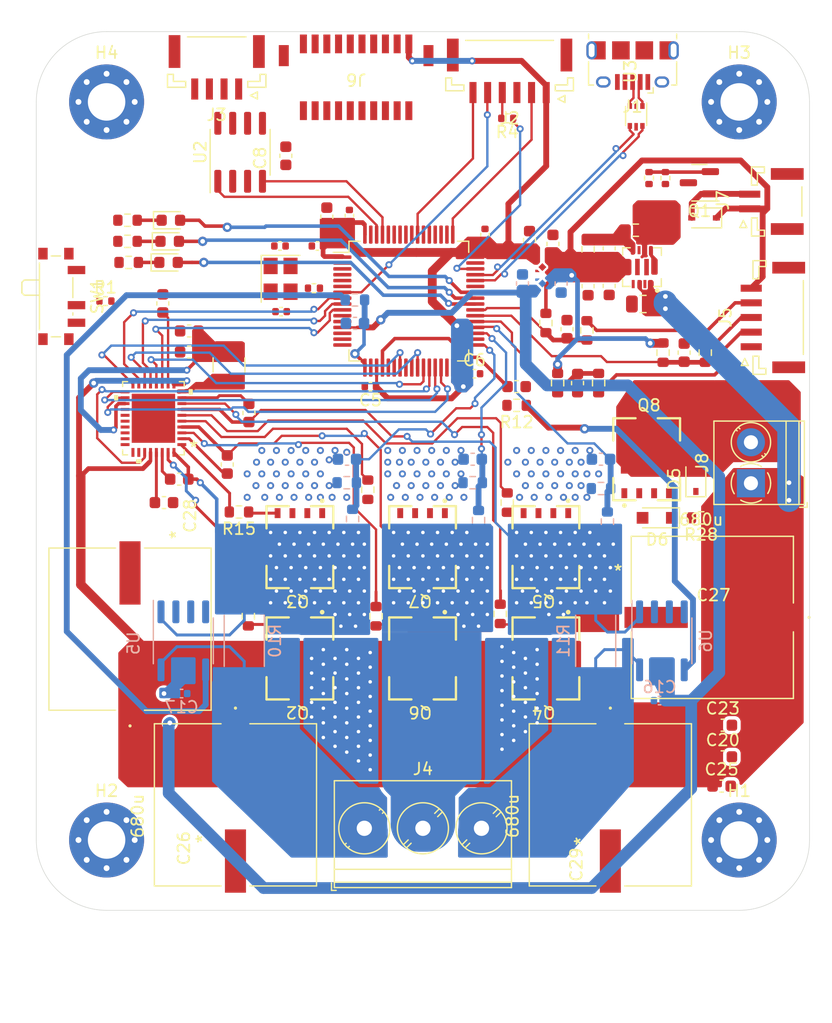
<source format=kicad_pcb>
(kicad_pcb (version 20211014) (generator pcbnew)
  (layers (0 "F.Cu" signal) (1 "In1.Cu" signal) (2 "In2.Cu" signal) (31 "B.Cu" signal) (34 "B.Paste" user) (35 "F.Paste" user) (36 "B.SilkS" user "B.Silkscreen") (37 "F.SilkS" user "F.Silkscreen") (38 "B.Mask" user) (39 "F.Mask" user) (44 "Edge.Cuts" user))
  (net 0 "")
  (net 1 "3V3_MCU")
  (net 2 "GND")
  (net 3 "HSE_IN")
  (net 4 "5V")
  (net 5 "Net-(C9-Pad1)")
  (net 6 "3V3_VDAA")
  (net 7 "Net-(D1-Pad1)")
  (net 8 "LED_R")
  (net 9 "Net-(D2-Pad1)")
  (net 10 "LED_G")
  (net 11 "Net-(D3-Pad1)")
  (net 12 "LED_B")
  (net 13 "VDD")
  (net 14 "USB_CONN_D-")
  (net 15 "USB_CONN_D+")
  (net 18 "PH_A")
  (net 19 "PH_B")
  (net 20 "PH_C")
  (net 21 "BOOT0")
  (net 22 "Net-(R1-Pad2)")
  (net 23 "HSE_OUT")
  (net 24 "SWDIO")
  (net 25 "Net-(J2-Pad4)")
  (net 26 "FAN_PWM")
  (net 27 "Net-(Q1-Pad2)")
  (net 31 "NRST")
  (net 32 "PWM_HA")
  (net 33 "PWM_HB")
  (net 34 "PWM_HC")
  (net 37 "BOARD_TEMP")
  (net 38 "C1_SENSE")
  (net 39 "C2_SENSE")
  (net 42 "PWM_LA")
  (net 45 "PWM_LB")
  (net 46 "PWM_LC")
  (net 47 "ENABLE")
  (net 48 "SH_SET")
  (net 49 "DIAG")
  (net 50 "V_EMF_SENSE_C")
  (net 52 "V_EMF_SENSE_B")
  (net 53 "V_EMF_SENSE_A")
  (net 54 "ENC_A")
  (net 55 "ENC_B")
  (net 56 "ENC_I")
  (net 58 "USB_D-")
  (net 59 "USB_D+")
  (net 60 "SWCLK")
  (net 61 "NSS")
  (net 62 "SCK")
  (net 63 "MISO")
  (net 64 "MOSI")
  (net 65 "ERROR")
  (net 66 "SWO")
  (net 67 "PWM_IN_1")
  (net 68 "PWM_IN_2")
  (net 69 "UART_TX")
  (net 70 "UART_RX")
  (net 71 "CAN_RX")
  (net 72 "CAN_TX")
  (net 73 "CAN_L")
  (net 74 "CAN_H")
  (net 75 "LC")
  (net 76 "HB")
  (net 77 "LB")
  (net 78 "LA")
  (net 79 "PH_A_CS")
  (net 80 "HA")
  (net 81 "Net-(C11-Pad1)")
  (net 89 "DRV_STRONG")
  (net 91 "HC")
  (net 92 "/Inverter/SW")
  (net 93 "/Inverter/CU")
  (net 94 "/Inverter/CV")
  (net 95 "/Inverter/CW")
  (net 96 "Net-(C20-Pad2)")
  (net 97 "/Inverter/HA_G")
  (net 98 "/Inverter/LA_G")
  (net 99 "/Inverter/HB_G")
  (net 100 "/Inverter/LB_G")
  (net 101 "/Inverter/HC_G")
  (net 102 "/Inverter/LC_G")
  (net 103 "/Inverter/C2_OUT")
  (net 104 "/Inverter/C1_OUT")
  (net 105 "V_SUPPLY-")
  (net 106 "Net-(D6-Pad1)")
  (net 108 "3V3_TMC")
  (net 109 "/Inverter/V10")
  (net 110 "PH_C_CS")
  (net 111 "/ENC_AA")
  (net 112 "/ENC_BB")
  (net 113 "/ENC_II")
  (net 114 "/Power/FB")
  (net 115 "/Power/LX")
  (net 116 "EN")
  (net 119 "Net-(J7-Pad2)")
  (footprint "Resistor_SMD:R_0603_1608Metric" (layer "F.Cu") (at 127.5 107 90)
    (fp_text reference "R31")
    (fp_text value "1k5")
  )
  (footprint "LED_SMD:LED_0603_1608Metric" (layer "F.Cu") (at 94.3875 94.9)
    (fp_text reference "D2")
    (fp_text value "LED_Small")
  )
  (footprint "MyLibrary:Electrolytic_Cap_12.5x13.5" (layer "F.Cu") (at 91 128 90)
    (fp_text reference "C28")
    (fp_text value "680u")
  )
  (footprint "Connector_USB:USB_Micro-B_Amphenol_10118194_Horizontal" (layer "F.Cu") (at 133.9 79.9 180)
    (fp_text reference "J1")
    (fp_text value "USB_B_Micro")
  )
  (footprint "Resistor_SMD:R_0603_1608Metric" (layer "F.Cu") (at 100.3 118 180)
    (fp_text reference "R15")
    (fp_text value "10")
  )
  (footprint "Diode_SMD:D_SOD-323_HandSoldering" (layer "F.Cu") (at 136 118.5 180)
    (fp_text reference "D6")
    (fp_text value "UDZVFH10B")
  )
  (footprint "Capacitor_SMD:C_0805_2012Metric" (layer "F.Cu") (at 134.79 100.25 180)
    (fp_text reference "C30")
    (fp_text value "22u")
  )
  (footprint "Capacitor_SMD:C_0603_1608Metric" (layer "F.Cu") (at 141.6 138.9)
    (fp_text reference "C20")
    (fp_text value "10u")
  )
  (footprint "Button_Switch_SMD:SW_SPDT_PCM12" (layer "F.Cu") (at 85 99.6 -90)
    (fp_text reference "SW1")
    (fp_text value "SW_SPDT")
  )
  (footprint "Resistor_SMD:R_0603_1608Metric" (layer "F.Cu") (at 130.1 95.575 90)
    (fp_text reference "R26")
    (fp_text value "680k")
  )
  (footprint "MyLibrary:Electrolytic_Cap_12.5x13.5" (layer "F.Cu") (at 140.7042 127 180)
    (fp_text reference "C27")
    (fp_text value "680u")
  )
  (footprint "Resistor_SMD:R_0603_1608Metric" (layer "F.Cu") (at 90.7875 93.1 180)
    (fp_text reference "R6")
    (fp_text value "1k5")
  )
  (footprint "Capacitor_SMD:C_0402_1005Metric" (layer "F.Cu") (at 103.8 95.3)
    (fp_text reference "C7")
    (fp_text value "12p")
  )
  (footprint "Resistor_SMD:R_0603_1608Metric" (layer "F.Cu") (at 126.5 101.875 90)
    (fp_text reference "R29")
    (fp_text value "1k5")
  )
  (footprint "MyLibrary:TDSON-8-6_copy" (layer "F.Cu") (at 126.5 130.5 180)
    (fp_text reference "Q4")
    (fp_text value "BSC022N04LSATMA1")
  )
  (footprint "Inductor_SMD:L_1210_3225Metric" (layer "F.Cu") (at 99.45 105.45 -90)
    (fp_text reference "L1")
    (fp_text value "68u")
  )
  (footprint "Capacitor_SMD:C_0603_1608Metric" (layer "F.Cu") (at 104.3 87.6 90)
    (fp_text reference "C8")
    (fp_text value "2u2")
  )
  (footprint "Capacitor_SMD:C_0603_1608Metric" (layer "F.Cu") (at 107.8 92.8 90)
    (fp_text reference "C1")
    (fp_text value "4u7")
  )
  (footprint "MyLibrary:TDSON-8-6_copy" (layer "F.Cu") (at 115.97 121 180)
    (fp_text reference "Q7")
    (fp_text value "BSC022N04LSATMA1")
  )
  (footprint "Resistor_SMD:R_0603_1608Metric" (layer "F.Cu") (at 112 126.9 90)
    (fp_text reference "R24")
    (fp_text value "10")
  )
  (footprint "MyLibrary:Murata_picoBK" (layer "F.Cu") (at 134.7 97.1 180)
    (fp_text reference "U7")
    (fp_text value "MYRGC07506_1")
  )
  (footprint "MyLibrary:TDSON-8-6_copy" (layer "F.Cu") (at 126.5 121 180)
    (fp_text reference "Q5")
    (fp_text value "BSC022N04LSATMA1")
  )
  (footprint "Capacitor_SMD:C_0603_1608Metric" (layer "F.Cu") (at 96.05 102.55 180)
    (fp_text reference "C38")
    (fp_text value "22u")
  )
  (footprint "Capacitor_SMD:C_0603_1608Metric" (layer "F.Cu") (at 96.05 104.35 180)
    (fp_text reference "C10")
    (fp_text value "22u")
  )
  (footprint "Resistor_SMD:R_0402_1005Metric" (layer "F.Cu") (at 135.3 89.5 90)
    (fp_text reference "R7")
    (fp_text value "10k")
  )
  (footprint "MountingHole:MountingHole_3.2mm_M3_Pad_Via" (layer "F.Cu") (at 89 146)
    (fp_text reference "H2")
    (fp_text value "MountingHole_Pad")
  )
  (footprint "Package_TO_SOT_SMD:SOT-666" (layer "F.Cu") (at 134.2 84.2 -90)
    (fp_text reference "U3")
    (fp_text value "USBLC6-2P6")
  )
  (footprint "Capacitor_SMD:C_0603_1608Metric" (layer "F.Cu") (at 131.9 98.7 -90)
    (fp_text reference "C35")
    (fp_text value "nc")
  )
  (footprint "Capacitor_SMD:C_0402_1005Metric" (layer "F.Cu") (at 121.3 94.32 90)
    (fp_text reference "C2")
    (fp_text value "100n")
  )
  (footprint "Resistor_SMD:R_0603_1608Metric" (layer "F.Cu") (at 124 108.9 180)
    (fp_text reference "R12")
    (fp_text value "0R")
  )
  (footprint "MyLibrary:TDSON-8-6_copy" (layer "F.Cu") (at 105.5 130.5 180)
    (fp_text reference "Q2")
    (fp_text value "BSC022N04LSATMA1")
  )
  (footprint "Resistor_SMD:R_0402_1005Metric" (layer "F.Cu") (at 88.9 100)
    (fp_text reference "R1")
    (fp_text value "10k")
  )
  (footprint "Diode_SMD:D_SOD-323" (layer "F.Cu") (at 140 92.9 180)
    (fp_text reference "D4")
    (fp_text value "D_Small")
  )
  (footprint "TerminalBlock_Phoenix:TerminalBlock_Phoenix_PT-1,5-2-3.5-H_1x02_P3.50mm_Horizontal" (layer "F.Cu") (at 144 115.55 90)
    (fp_text reference "J8")
    (fp_text value "Screw_Terminal_01x02")
  )
  (footprint "Package_QFP:LQFP-64_10x10mm_P0.5mm" (layer "F.Cu") (at 114.8 100)
    (fp_text reference "U1")
    (fp_text value "STM32F303RETx")
  )
  (footprint "Connector_JST_mod:JST_GH_SM02B-GHS-TB_02x1.25mm_Angled" (layer "F.Cu") (at 145.5 91.5 90)
    (fp_text reference "J7")
    (fp_text value "Conn_01x02")
  )
  (footprint "Capacitor_SMD:C_0603_1608Metric" (layer "F.Cu") (at 93.8 100.2 90)
    (fp_text reference "C11")
    (fp_text value "100n")
  )
  (footprint "Capacitor_SMD:C_0603_1608Metric" (layer "F.Cu") (at 128.3 102.4 90)
    (fp_text reference "C41")
    (fp_text value "2u2")
  )
  (footprint "Resistor_SMD:R_0603_1608Metric" (layer "F.Cu") (at 90.7875 94.9 180)
    (fp_text reference "R5")
    (fp_text value "1k5")
  )
  (footprint "Capacitor_SMD:C_0402_1005Metric" (layer "F.Cu") (at 109.725 92.7 90)
    (fp_text reference "C3")
    (fp_text value "100n")
  )
  (footprint "Capacitor_SMD:C_0603_1608Metric" (layer "F.Cu") (at 138.3 104.4 90)
    (fp_text reference "C40")
    (fp_text value "2u2")
  )
  (footprint "Package_TO_SOT_SMD:SOT-23" (layer "F.Cu") (at 139.6 89.9 180)
    (fp_text reference "Q1")
    (fp_text value "BSC022N04LSATMA1")
  )
  (footprint "Capacitor_SMD:C_0603_1608Metric" (layer "F.Cu") (at 124 107.3)
    (fp_text reference "C18")
    (fp_text value "ns")
  )
  (footprint "Connector_JST_mod:JST_GH_SM04B-GHS-TB_04x1.25mm_Angled" (layer "F.Cu") (at 98.4 80.3 180)
    (fp_text reference "J3")
    (fp_text value "Conn_01x04")
  )
  (footprint "Diode_SMD:D_SOD-323" (layer "F.Cu") (at 139.3 115.2 90)
    (fp_text reference "D5")
    (fp_text value "D_TVS")
  )
  (footprint "Resistor_SMD:R_0402_1005Metric" (layer "F.Cu") (at 123.2 84.4 180)
    (fp_text reference "R4")
    (fp_text value "22")
  )
  (footprint "Capacitor_SMD:C_0402_1005Metric" (layer "F.Cu") (at 103.9 100.9 180)
    (fp_text reference "C9")
    (fp_text value "12p")
  )
  (footprint "MyLibrary:Electrolytic_Cap_12.5x13.5" (layer "F.Cu") (at 132 143 -90)
    (fp_text reference "C29")
    (fp_text value "680u")
  )
  (footprint "Capacitor_SMD:C_0603_1608Metric" (layer "F.Cu") (at 131.9 95.5 90)
    (fp_text reference "C33")
    (fp_text value "15p")
  )
  (footprint "MyLibrary:JST_SHD_SM20B" (layer "F.Cu") (at 110.3 80.9 180)
    (fp_text reference "J6")
    (fp_text value "Conn_02x10_Odd_Even")
  )
  (footprint "Capacitor_SMD:C_0603_1608Metric" (layer "F.Cu") (at 127.1 95.125 90)
    (fp_text reference "C36")
    (fp_text value "1u")
  )
  (footprint "Resistor_SMD:R_0603_1608Metric" (layer "F.Cu") (at 134.165 93.95)
    (fp_text reference "R27")
    (fp_text value "120k")
  )
  (footprint "TerminalBlock_Phoenix:TerminalBlock_Phoenix_PT-1,5-3-5.0-H_1x03_P5.00mm_Horizontal" (layer "F.Cu") (at 111 145)
    (fp_text reference "J4")
    (fp_text value "Screw_Terminal_01x03")
  )
  (footprint "Connector_JST_mod:JST_GH_SM06B-GHS-TB_06x1.25mm_Angled" (layer "F.Cu") (at 123.4 80.6 180)
    (fp_text reference "J2")
    (fp_text value "Conn_01x06")
  )
  (footprint "Capacitor_SMD:C_0603_1608Metric" (layer "F.Cu") (at 141.6 136.2)
    (fp_text reference "C23")
    (fp_text value "10u")
  )
  (footprint "Capacitor_SMD:C_0603_1608Metric" (layer "F.Cu") (at 95.2 115.2 180)
    (fp_text reference "C15")
    (fp_text value "680n")
  )
  (footprint "Capacitor_SMD:C_0603_1608Metric" (layer "F.Cu") (at 93.9 117.2)
    (fp_text reference "C12")
    (fp_text value "10u")
  )
  (footprint "Capacitor_SMD:C_0402_1005Metric" (layer "F.Cu") (at 107 95.3 180)
    (fp_text reference "C4")
    (fp_text value "100n")
  )
  (footprint "MyLibrary:TDSON-8-6_copy" (layer "F.Cu") (at 115.97 130.5 180)
    (fp_text reference "Q6")
    (fp_text value "BSC022N04LSATMA1")
  )
  (footprint "Resistor_SMD:R_0603_1608Metric" (layer "F.Cu") (at 123.2 117.2 90)
    (fp_text reference "R17")
    (fp_text value "10")
  )
  (footprint "Capacitor_SMD:C_0603_1608Metric" (layer "F.Cu") (at 101.15 109.55 90)
    (fp_text reference "C13")
    (fp_text value "680n")
  )
  (footprint "Crystal:Crystal_SMD_3225-4Pin_3.2x2.5mm" (layer "F.Cu") (at 103.85 98.1 -90)
    (fp_text reference "Y1")
    (fp_text value "16MHz")
  )
  (footprint "MyLibrary:TMC6140-LA" (layer "F.Cu") (at 93 110 180)
    (fp_text reference "U4")
    (fp_text value "TMC6140")
  )
  (footprint "MyLibrary:TDSON-8-6_copy" (layer "F.Cu") (at 105.5 121 180)
    (fp_text reference "Q3")
    (fp_text value "BSC022N04LSATMA1")
  )
  (footprint "LED_SMD:LED_0603_1608Metric" (layer "F.Cu") (at 94.4875 93.1)
    (fp_text reference "D3")
    (fp_text value "LED_Small")
  )
  (footprint "Connector_JST_mod:JST_GH_SM05B-GHS-TB_05x1.25mm_Angled" (layer "F.Cu") (at 145.625 101.4 90)
    (fp_text reference "J5")
    (fp_text value "Conn_01x05")
  )
  (footprint "Capacitor_SMD:C_0603_1608Metric" (layer "F.Cu") (at 129.2 107 -90)
    (fp_text reference "C39")
    (fp_text value "2u2")
  )
  (footprint "MyLibrary:TDSON-8-6_copy" (layer "F.Cu") (at 135.1 113.5)
    (fp_text reference "Q8")
    (fp_text value "BSC022N04LSATMA1")
  )
  (footprint "Capacitor_SMD:C_0603_1608Metric" (layer "F.Cu") (at 141.5 141.4)
    (fp_text reference "C25")
    (fp_text value "10u")
  )
  (footprint "Package_SO:SOIC-8_3.9x4.9mm_P1.27mm" (layer "F.Cu") (at 100.4 87.3 90)
    (fp_text reference "U2")
    (fp_text value "SN65HVD253D")
  )
  (footprint "Capacitor_SMD:C_0603_1608Metric" (layer "F.Cu") (at 130.1 98.725 -90)
    (fp_text reference "C34")
    (fp_text value "22u")
  )
  (footprint "Resistor_SMD:R_0603_1608Metric" (layer "F.Cu") (at 122.6 126.7 90)
    (fp_text reference "R16")
    (fp_text value "10")
  )
  (footprint "Resistor_SMD:R_0603_1608Metric" (layer "F.Cu") (at 131 107 -90)
    (fp_text reference "R32")
    (fp_text value "1k5")
  )
  (footprint "Capacitor_SMD:C_0603_1608Metric" (layer "F.Cu") (at 99.3 113.95 -90)
    (fp_text reference "C14")
    (fp_text value "680n")
  )
  (footprint "Resistor_SMD:R_0402_1005Metric" (layer "F.Cu") (at 106.7 98.9 180)
    (fp_text reference "R3")
    (fp_text value "47")
  )
  (footprint "Resistor_SMD:R_0603_1608Metric" (layer "F.Cu") (at 140.1 104.4 90)
    (fp_text reference "R33")
    (fp_text value "1k5")
  )
  (footprint "Resistor_SMD:R_0603_1608Metric" (layer "F.Cu") (at 130 102.5 90)
    (fp_text reference "R34")
    (fp_text value "1k5")
  )
  (footprint "Resistor_SMD:R_0603_1608Metric" (layer "F.Cu") (at 90.8875 96.7 180)
    (fp_text reference "R2")
    (fp_text value "1k5")
  )
  (footprint "Resistor_SMD:R_0603_1608Metric" (layer "F.Cu") (at 139.75 118.5 180)
    (fp_text reference "R28")
    (fp_text value "120k")
  )
  (footprint "Capacitor_SMD:C_0402_1005Metric" (layer "F.Cu") (at 120.4 106.2)
    (fp_text reference "C6")
    (fp_text value "100n")
  )
  (footprint "MountingHole:MountingHole_3.2mm_M3_Pad_Via" (layer "F.Cu") (at 143 146)
    (fp_text reference "H1")
    (fp_text value "MountingHole_Pad")
  )
  (footprint "Capacitor_SMD:C_0603_1608Metric" (layer "F.Cu") (at 125.1 94.8 90)
    (fp_text reference "C37")
    (fp_text value "1u")
  )
  (footprint "Capacitor_SMD:C_0402_1005Metric" (layer "F.Cu") (at 111.52 107.3 180)
    (fp_text reference "C5")
    (fp_text value "100n")
  )
  (footprint "LED_SMD:LED_0603_1608Metric" (layer "F.Cu") (at 94.2875 96.7)
    (fp_text reference "D1")
    (fp_text value "LED_Small")
  )
  (footprint "Resistor_SMD:R_0402_1005Metric" (layer "F.Cu") (at 136.7 89.5 90)
    (fp_text reference "R8")
    (fp_text value "10k")
  )
  (footprint "MyLibrary:Electrolytic_Cap_12.5x13.5" (layer "F.Cu") (at 100 143 -90)
    (fp_text reference "C26")
    (fp_text value "680u")
  )
  (footprint "Resistor_SMD:R_0603_1608Metric" (layer "F.Cu") (at 111.3 116.1 90)
    (fp_text reference "R25")
    (fp_text value "10")
  )
  (footprint "MountingHole:MountingHole_3.2mm_M3_Pad_Via" (layer "F.Cu") (at 143 83)
    (fp_text reference "H3")
    (fp_text value "MountingHole_Pad")
  )
  (footprint "Resistor_SMD:R_0603_1608Metric" (layer "F.Cu") (at 101.1 126.9 90)
    (fp_text reference "R14")
    (fp_text value "10")
  )
  (footprint "MountingHole:MountingHole_3.2mm_M3_Pad_Via" (layer "F.Cu") (at 89 83)
    (fp_text reference "H4")
    (fp_text value "MountingHole_Pad")
  )
  (footprint "Resistor_SMD:R_0603_1608Metric" (layer "F.Cu") (at 136.5 104.4 90)
    (fp_text reference "R30")
    (fp_text value "1k5")
  )
  (footprint "MyLibrary:TLV707" (layer "F.Cu") (at 126.2 97.1)
    (fp_text reference "U9")
    (fp_text value "TLV707")
  )
  (footprint "Capacitor_SMD:C_0603_1608Metric" (layer "B.Cu") (at 120.25 113.5 180)
    (fp_text reference "C21")
    (fp_text value "1n")
  )
  (footprint "Capacitor_SMD:C_0603_1608Metric" (layer "B.Cu") (at 127.8 98.5 -90)
    (fp_text reference "C31")
    (fp_text value "1u")
  )
  (footprint "Resistor_SMD:R_2512_6332Metric" (layer "B.Cu") (at 100.75 129 90)
    (fp_text reference "R10")
    (fp_text value "2m")
  )
  (footprint "Package_SO:SOIC-8_3.9x4.9mm_P1.27mm" (layer "B.Cu") (at 136.4 129 -90)
    (fp_text reference "U6")
    (fp_text value "TSC2011")
  )
  (footprint "Resistor_SMD:R_0603_1608Metric" (layer "B.Cu") (at 110.2 99.9)
    (fp_text reference "R13")
    (fp_text value "0R")
  )
  (footprint "Resistor_SMD:R_0603_1608Metric" (layer "B.Cu") (at 120.25 115.5 180)
    (fp_text reference "R21")
    (fp_text value "3k9")
  )
  (footprint "Capacitor_SMD:C_0603_1608Metric" (layer "B.Cu") (at 131.2 113.5 180)
    (fp_text reference "C22")
    (fp_text value "1n")
  )
  (footprint "Resistor_SMD:R_0603_1608Metric" (layer "B.Cu") (at 110 118.6 90)
    (fp_text reference "R20")
    (fp_text value "33k")
  )
  (footprint "Resistor_SMD:R_0603_1608Metric" (layer "B.Cu") (at 109.5 115.5 180)
    (fp_text reference "R23")
    (fp_text value "3k9")
  )
  (footprint "Capacitor_SMD:C_0603_1608Metric" (layer "B.Cu") (at 124.5 98.5 90)
    (fp_text reference "C32")
    (fp_text value "1u")
  )
  (footprint "MyLibrary:TLV707" (layer "B.Cu") (at 126.2 98.5)
    (fp_text reference "U8")
    (fp_text value "TLV707")
  )
  (footprint "Resistor_SMD:R_0603_1608Metric" (layer "B.Cu") (at 131.2 116 180)
    (fp_text reference "R22")
    (fp_text value "3k9")
  )
  (footprint "Resistor_SMD:R_2512_6332Metric" (layer "B.Cu") (at 130.75 129 90)
    (fp_text reference "R11")
    (fp_text value "2m")
  )
  (footprint "Resistor_SMD:R_0603_1608Metric" (layer "B.Cu") (at 120.75 118.7 90)
    (fp_text reference "R18")
    (fp_text value "33k")
  )
  (footprint "Capacitor_SMD:C_0402_1005Metric" (layer "B.Cu") (at 136.2 134.1 180)
    (fp_text reference "C16")
    (fp_text value "0.1uF")
  )
  (footprint "Capacitor_SMD:C_0402_1005Metric" (layer "B.Cu") (at 95.4 133.5)
    (fp_text reference "C17")
    (fp_text value "0.1uF")
  )
  (footprint "Resistor_SMD:R_0603_1608Metric" (layer "B.Cu") (at 131.75 118.825 90)
    (fp_text reference "R19")
    (fp_text value "33k")
  )
  (footprint "Package_SO:SOIC-8_3.9x4.9mm_P1.27mm" (layer "B.Cu") (at 95.55 129 -90)
    (fp_text reference "U5")
    (fp_text value "TSC2011")
  )
  (footprint "Capacitor_SMD:C_0603_1608Metric" (layer "B.Cu") (at 109.525 113.5 180)
    (fp_text reference "C24")
    (fp_text value "1n")
  )
  (footprint "Capacitor_SMD:C_0603_1608Metric" (layer "B.Cu") (at 110.2 101.9 180)
    (fp_text reference "C19")
    (fp_text value "ns")
  )
  (gr_arc (start 89 152) (mid 84.757359 150.242641) (end 83 146) (layer "Edge.Cuts") (width 0.05))
  (gr_line (start 89 77) (end 143 77) (layer "Edge.Cuts") (width 0.05))
  (gr_arc (start 149 146) (mid 147.242641 150.242641) (end 143 152) (layer "Edge.Cuts") (width 0.05))
  (gr_line (start 149 146) (end 149 83) (layer "Edge.Cuts") (width 0.05))
  (gr_arc (start 83 83) (mid 84.757359 78.757359) (end 89 77) (layer "Edge.Cuts") (width 0.05))
  (gr_line (start 83 146) (end 83 83) (layer "Edge.Cuts") (width 0.05))
  (gr_arc (start 143 77) (mid 147.242641 78.757359) (end 149 83) (layer "Edge.Cuts") (width 0.05))
  (gr_line (start 89 152) (end 143 152) (layer "Edge.Cuts") (width 0.05))
  (segment (start 126.525 82.2) (end 126.525 81.6) (width 0.5) (layer "F.Cu") (net 1))
  (segment (start 109.125 96.275) (end 109.125 96.25) (width 0.25) (layer "F.Cu") (net 1))
  (segment (start 112.05 105.675) (end 112.05 107.25) (width 0.25) (layer "F.Cu") (net 1))
  (segment (start 107.48 96.08) (end 107.60048 96.20048) (width 0.4) (layer "F.Cu") (net 1))
  (segment (start 124.425 79.5) (end 120.2 79.5) (width 0.5) (layer "F.Cu") (net 1))
  (segment (start 119.45 107.3) (end 118.45 108.3) (width 0.5) (layer "F.Cu") (net 1))
  (segment (start 118.45 108.3) (end 113 108.3) (width 0.5) (layer "F.Cu") (net 1))
  (segment (start 115.45 95.85) (end 110.449511 95.85) (width 0.75) (layer "F.Cu") (net 1))
  (segment (start 111.05048 93.45048) (end 111.05048 94.32452) (width 0.3) (layer "F.Cu") (net 1))
  (segment (start 107.60048 96.20048) (end 109.125 96.20048) (width 0.4) (layer "F.Cu") (net 1))
  (segment (start 116.8 97.45) (end 118.4 95.85) (width 0.75) (layer "F.Cu") (net 1))
  (segment (start 126.525 82.2) (end 126.525 88.475) (width 0.5) (layer "F.Cu") (net 1))
  (segment (start 110.449511 95.85) (end 109.299511 94.7) (width 0.75) (layer "F.Cu") (net 1))
  (segment (start 110.85 93.3) (end 111 93.45) (width 0.4) (layer "F.Cu") (net 1))
  (segment (start 112.1 105.625) (end 112.05 105.675) (width 0.2) (layer "F.Cu") (net 1))
  (segment (start 113 108.3) (end 112 107.3) (width 0.5) (layer "F.Cu") (net 1))
  (segment (start 111 93.45) (end 111.05 93.45) (width 0.25) (layer "F.Cu") (net 1))
  (segment (start 117.832788 101.069534) (end 116.8 100.036746) (width 0.75) (layer "F.Cu") (net 1))
  (segment (start 111.05048 94.32452) (end 111.05 94.325) (width 0.3) (layer "F.Cu") (net 1))
  (segment (start 112 105.725) (end 112.05 105.675) (width 0.2) (layer "F.Cu") (net 1))
  (segment (start 126.525 81.6) (end 124.425 79.5) (width 0.5) (layer "F.Cu") (net 1))
  (segment (start 126.525 88.475) (end 123.3 91.7) (width 0.5) (layer "F.Cu") (net 1))
  (segment (start 107.48 95.3) (end 107.48 96.08) (width 0.4) (layer "F.Cu") (net 1))
  (segment (start 114.8 79.2) (end 114.8 78.05) (width 0.5) (layer "F.Cu") (net 1))
  (segment (start 109.125 96.275) (end 109.1 96.25) (width 0.2) (layer "F.Cu") (net 1))
  (segment (start 117.869534 101.069534) (end 117.832788 101.069534) (width 0.75) (layer "F.Cu") (net 1))
  (segment (start 111.05 93.45) (end 111.05048 93.45048) (width 0.25) (layer "F.Cu") (net 1))
  (segment (start 123.3 91.7) (end 123.3 95.6) (width 0.5) (layer "F.Cu") (net 1))
  (segment (start 118.4 95.85) (end 118.95 95.85) (width 0.75) (layer "F.Cu") (net 1))
  (segment (start 116.8 100.036746) (end 116.8 97.45) (width 0.75) (layer "F.Cu") (net 1))
  (segment (start 115.1 79.5) (end 114.8 79.2) (width 0.5) (layer "F.Cu") (net 1))
  (segment (start 119.1 95.85) (end 115.45 95.85) (width 0.75) (layer "F.Cu") (net 1))
  (segment (start 109.7 93.3) (end 110.85 93.3) (width 0.4) (layer "F.Cu") (net 1))
  (segment (start 109.299511 94.7) (end 108.7 94.7) (width 0.75) (layer "F.Cu") (net 1))
  (segment (start 112.05 107.25) (end 112 107.3) (width 0.25) (layer "F.Cu") (net 1))
  (segment (start 118.9 102.1) (end 117.869534 101.069534) (width 0.75) (layer "F.Cu") (net 1))
  (via (at 118.9 102.1) (size 0.8) (drill 0.4) (layers "F.Cu" "B.Cu") (net 1))
  (via (at 119.45 107.3) (size 0.8) (drill 0.4) (layers "F.Cu" "B.Cu") (net 1))
  (via (at 115.1 79.5) (size 0.6) (drill 0.3) (layers "F.Cu" "B.Cu") (net 1))
  (via (at 120.2 79.5) (size 0.6) (drill 0.3) (layers "F.Cu" "B.Cu") (net 1))
  (segment (start 120.2 79.5) (end 115.1 79.5) (width 0.5) (layer "B.Cu") (net 1))
  (via (at 108.25 116.75) (size 0.6) (drill 0.3) (layers "F.Cu" "B.Cu") (net 2))
  (via (at 126.5 112.75) (size 0.6) (drill 0.3) (layers "F.Cu" "B.Cu") (net 2))
  (via (at 117 116.75) (size 0.6) (drill 0.3) (layers "F.Cu" "B.Cu") (net 2))
  (via (at 126.5 114.75) (size 0.6) (drill 0.3) (layers "F.Cu" "B.Cu") (net 2))
  (via (at 124.75 115.75) (size 0.6) (drill 0.3) (layers "F.Cu" "B.Cu") (net 2))
  (via (at 104.75 114.75) (size 0.6) (drill 0.3) (layers "F.Cu" "B.Cu") (net 2))
  (via (at 123.25 113.75) (size 0.6) (drill 0.3) (layers "F.Cu" "B.Cu") (net 2))
  (via (at 106.75 115.75) (size 0.6) (drill 0.3) (layers "F.Cu" "B.Cu") (net 2))
  (via (at 128 116.75) (size 0.6) (drill 0.3) (layers "F.Cu" "B.Cu") (net 2))
  (via (at 102.25 114.75) (size 0.6) (drill 0.3) (layers "F.Cu" "B.Cu") (net 2))
  (via (at 115.5 114.75) (size 0.6) (drill 0.3) (layers "F.Cu" "B.Cu") (net 2))
  (via (at 115.75 116.75) (size 0.6) (drill 0.3) (layers "F.Cu" "B.Cu") (net 2))
  (via (at 129.5 113.75) (size 0.6) (drill 0.3) (layers "F.Cu" "B.Cu") (net 2))
  (via (at 119.25 112.75) (size 0.6) (drill 0.3) (layers "F.Cu" "B.Cu") (net 2))
  (via (at 126.75 116.75) (size 0.6) (drill 0.3) (layers "F.Cu" "B.Cu") (net 2))
  (via (at 103 115.75) (size 0.6) (drill 0.3) (layers "F.Cu" "B.Cu") (net 2))
  (via (at 108 113.55) (size 0.6) (drill 0.3) (layers "F.Cu" "B.Cu") (net 2))
  (via (at 114 113.75) (size 0.6) (drill 0.3) (layers "F.Cu" "B.Cu") (net 2))
  (via (at 115.5 112.75) (size 0.6) (drill 0.3) (layers "F.Cu" "B.Cu") (net 2))
  (via (at 127.25 115.75) (size 0.6) (drill 0.3) (layers "F.Cu" "B.Cu") (net 2))
  (via (at 131 114.75) (size 0.6) (drill 0.3) (layers "F.Cu" "B.Cu") (net 2))
  (via (at 101 116.75) (size 0.6) (drill 0.3) (layers "F.Cu" "B.Cu") (net 2))
  (via (at 113 112.75) (size 0.6) (drill 0.3) (layers "F.Cu" "B.Cu") (net 2))
  (via (at 108 115.75) (size 0.6) (drill 0.3) (layers "F.Cu" "B.Cu") (net 2))
  (via (at 117.5 113.75) (size 0.6) (drill 0.3) (layers "F.Cu" "B.Cu") (net 2))
  (via (at 116.75 114.75) (size 0.6) (drill 0.3) (layers "F.Cu" "B.Cu") (net 2))
  (via (at 116.25 113.75) (size 0.6) (drill 0.3) (layers "F.Cu" "B.Cu") (net 2))
  (via (at 113.25 116.75) (size 0.6) (drill 0.3) (layers "F.Cu" "B.Cu") (net 2))
  (via (at 124 112.75) (size 0.6) (drill 0.3) (layers "F.Cu" "B.Cu") (net 2))
  (via (at 106 112.75) (size 0.6) (drill 0.3) (layers "F.Cu" "B.Cu") (net 2))
  (via (at 119.25 114.75) (size 0.6) (drill 0.3) (layers "F.Cu" "B.Cu") (net 2))
  (via (at 118.25 116.75) (size 0.6) (drill 0.3) (layers "F.Cu" "B.Cu") (net 2))
  (via (at 108.5 112.75) (size 0.6) (drill 0.3) (layers "F.Cu" "B.Cu") (net 2))
  (via (at 128.5 113.75) (size 0.6) (drill 0.3) (layers "F.Cu" "B.Cu") (net 2))
  (via (at 113 114.75) (size 0.6) (drill 0.3) (layers "F.Cu" "B.Cu") (net 2))
  (via (at 125.25 114.75) (size 0.6) (drill 0.3) (layers "F.Cu" "B.Cu") (net 2))
  (via (at 124 114.75) (size 0.6) (drill 0.3) (layers "F.Cu" "B.Cu") (net 2))
  (via (at 104.25 113.75) (size 0.6) (drill 0.3) (layers "F.Cu" "B.Cu") (net 2))
  (via (at 115 113.75) (size 0.6) (drill 0.3) (layers "F.Cu" "B.Cu") (net 2))
  (via (at 130 114.75) (size 0.6) (drill 0.3) (layers "F.Cu" "B.Cu") (net 2))
  (via (at 104.25 115.75) (size 0.6) (drill 0.3) (layers "F.Cu" "B.Cu") (net 2))
  (via (at 107.25 116.75) (size 0.6) (drill 0.3) (layers "F.Cu" "B.Cu") (net 2))
  (via (at 102.5 116.75) (size 0.6) (drill 0.3) (layers "F.Cu" "B.Cu") (net 2))
  (via (at 102.25 112.75) (size 0.6) (drill 0.3) (layers "F.Cu" "B.Cu") (net 2))
  (via (at 115 115.75) (size 0.6) (drill 0.3) (layers "F.Cu" "B.Cu") (net 2))
  (via (at 127.25 113.75) (size 0.6) (drill 0.3) (layers "F.Cu" "B.Cu") (net 2))
  (via (at 107.25 114.75) (size 0.6) (drill 0.3) (layers "F.Cu" "B.Cu") (net 2))
  (via (at 129 112.75) (size 0.6) (drill 0.3) (layers "F.Cu" "B.Cu") (net 2))
  (via (at 105.5 115.75) (size 0.6) (drill 0.3) (layers "F.Cu" "B.Cu") (net 2))
  (via (at 101.8 113.75) (size 0.6) (drill 0.3) (layers "F.Cu" "B.Cu") (net 2))
  (via (at 113 113.75) (size 0.6) (drill 0.3) (layers "F.Cu" "B.Cu") (net 2))
  (via (at 104.75 112.75) (size 0.6) (drill 0.3) (layers "F.Cu" "B.Cu") (net 2))
  (via (at 106.25 116.75) (size 0.6) (drill 0.3) (layers "F.Cu" "B.Cu") (net 2))
  (via (at 114.25 112.75) (size 0.6) (drill 0.3) (layers "F.Cu" "B.Cu") (net 2))
  (via (at 114.5 116.75) (size 0.6) (drill 0.3) (layers "F.Cu" "B.Cu") (net 2))
  (via (at 109.5 112.9) (size 0.6) (drill 0.3) (layers "F.Cu" "B.Cu") (net 2))
  (via (at 109.5 116.75) (size 0.6) (drill 0.3) (layers "F.Cu" "B.Cu") (net 2))
  (via (at 129 114.75) (size 0.6) (drill 0.3) (layers "F.Cu" "B.Cu") (net 2))
  (via (at 103 113.75) (size 0.6) (drill 0.3) (layers "F.Cu" "B.Cu") (net 2))
  (via (at 127.75 114.75) (size 0.6) (drill 0.3) (layers "F.Cu" "B.Cu") (net 2))
  (via (at 105.5 113.75) (size 0.6) (drill 0.3) (layers "F.Cu" "B.Cu") (net 2))
  (via (at 116.75 112.75) (size 0.6) (drill 0.3) (layers "F.Cu" "B.Cu") (net 2))
  (via (at 107.25 112.75) (size 0.6) (drill 0.3) (layers "F.Cu" "B.Cu") (net 2))
  (via (at 106.75 113.75) (size 0.6) (drill 0.3) (layers "F.Cu" "B.Cu") (net 2))
  (via (at 118 112.75) (size 0.6) (drill 0.3) (layers "F.Cu" "B.Cu") (net 2))
  (via (at 105 116.75) (size 0.6) (drill 0.3) (layers "F.Cu" "B.Cu") (net 2))
  (via (at 101 114.75) (size 0.6) (drill 0.3) (layers "F.Cu" "B.Cu") (net 2))
  (via (at 118 114.75) (size 0.6) (drill 0.3) (layers "F.Cu" "B.Cu") (net 2))
  (via (at 130.25 112.75) (size 0.6) (drill 0.3) (layers "F.Cu" "B.Cu") (net 2))
  (via (at 103.75 116.75) (size 0.6) (drill 0.3) (layers "F.Cu" "B.Cu") (net 2))
  (via (at 126 115.75) (size 0.6) (drill 0.3) (layers "F.Cu" "B.Cu") (net 2))
  (via (at 113.75 115.75) (size 0.6) (drill 0.3) (layers "F.Cu" "B.Cu") (net 2))
  (via (at 126 113.75) (size 0.6) (drill 0.3) (layers "F.Cu" "B.Cu") (net 2))
  (via (at 129 116.75) (size 0.6) (drill 0.3) (layers "F.Cu" "B.Cu") (net 2))
  (via (at 106 114.75) (size 0.6) (drill 0.3) (layers "F.Cu" "B.Cu") (net 2))
  (via (at 127.75 112.75) (size 0.6) (drill 0.3) (layers "F.Cu" "B.Cu") (net 2))
  (via (at 101.75 115.75) (size 0.6) (drill 0.3) (layers "F.Cu" "B.Cu") (net 2))
  (via (at 124.25 116.75) (size 0.6) (drill 0.3) (layers "F.Cu" "B.Cu") (net 2))
  (via (at 124.75 113.75) (size 0.6) (drill 0.3) (layers "F.Cu" "B.Cu") (net 2))
  (via (at 103.5 114.75) (size 0.6) (drill 0.3) (layers "F.Cu" "B.Cu") (net 2))
  (via (at 114.25 114.75) (size 0.6) (drill 0.3) (layers "F.Cu" "B.Cu") (net 2))
  (via (at 119.5 116.75) (size 0.6) (drill 0.3) (layers "F.Cu" "B.Cu") (net 2))
  (via (at 125.25 112.75) (size 0.6) (drill 0.3) (layers "F.Cu" "B.Cu") (net 2))
  (via (at 130 116.75) (size 0.6) (drill 0.3) (layers "F.Cu" "B.Cu") (net 2))
  (via (at 128.5 115.75) (size 0.6) (drill 0.3) (layers "F.Cu" "B.Cu") (net 2))
  (via (at 129.5 115.75) (size 0.6) (drill 0.3) (layers "F.Cu" "B.Cu") (net 2))
  (via (at 103.5 112.75) (size 0.6) (drill 0.3) (layers "F.Cu" "B.Cu") (net 2))
  (via (at 117.5 115.75) (size 0.6) (drill 0.3) (layers "F.Cu" "B.Cu") (net 2))
  (via (at 116.25 115.75) (size 0.6) (drill 0.3) (layers "F.Cu" "B.Cu") (net 2))
  (via (at 118.75 115.75) (size 0.6) (drill 0.3) (layers "F.Cu" "B.Cu") (net 2))
  (via (at 125.5 116.75) (size 0.6) (drill 0.3) (layers "F.Cu" "B.Cu") (net 2))
  (via (at 118.75 113.75) (size 0.6) (drill 0.3) (layers "F.Cu" "B.Cu") (net 2))
  (segment (start 145.4 92.1) (end 141.85 92.1) (width 0.5) (layer "F.Cu") (net 4))
  (segment (start 127.5 105.4) (end 127.5 106.175) (width 0.75) (layer "F.Cu") (net 4))
  (segment (start 143.124022 88) (end 145.4 90.275978) (width 0.5) (layer "F.Cu") (net 4))
  (segment (start 128.6 94.1) (end 134.7 88) (width 0.5) (layer "F.Cu") (net 4))
  (segment (start 128.6 96.2) (end 128.6 94.1) (width 0.5) (layer "F.Cu") (net 4))
  (segment (start 145 92.5) (end 145 97.925) (width 0.5) (layer "F.Cu") (net 4))
  (segment (start 145.4 90.275978) (end 145.4 92.1) (width 0.5) (layer "F.Cu") (net 4))
  (segment (start 141.85 92.1) (end 141.05 92.9) (width 0.5) (layer "F.Cu") (net 4))
  (segment (start 134.7 88) (end 143.124022 88) (width 0.5) (layer "F.Cu") (net 4))
  (segment (start 126.5 101.05) (end 126.5 98.6) (width 0.3) (layer "F.Cu") (net 4))
  (segment (start 136.475 103.6) (end 136.5 103.575) (width 0.75) (layer "F.Cu") (net 4))
  (segment (start 145 97.925) (end 144.025 98.9) (width 0.5) (layer "F.Cu") (net 4))
  (segment (start 126.5 98.6) (end 127.4 97.7) (width 0.3) (layer "F.Cu") (net 4))
  (segment (start 135.4 103.6) (end 136.475 103.6) (width 0.75) (layer "F.Cu") (net 4))
  (segment (start 145.4 92.1) (end 145 92.5) (width 0.5) (layer "F.Cu") (net 4))
  (via (at 128.7 97.8) (size 0.8) (drill 0.4) (layers "F.Cu" "B.Cu") (net 4))
  (via (at 135.4 103.6) (size 0.8) (drill 0.4) (layers "F.Cu" "B.Cu") (net 4))
  (via (at 127.5 105.4) (size 0.8) (drill 0.4) (layers "F.Cu" "B.Cu") (net 4))
  (segment (start 135 103.2) (end 129.2 103.2) (width 0.4) (layer "B.Cu") (net 4))
  (segment (start 127.5 104.9) (end 129.2 103.2) (width 0.4) (layer "B.Cu") (net 4))
  (segment (start 129.2 103.2) (end 129.2 98.3) (width 0.4) (layer "B.Cu") (net 4))
  (segment (start 135.4 103.6) (end 135 103.2) (width 0.4) (layer "B.Cu") (net 4))
  (segment (start 127.5 105.4) (end 127.5 104.9) (width 0.4) (layer "B.Cu") (net 4))
  (segment (start 129.2 98.3) (end 128.7 97.8) (width 0.4) (layer "B.Cu") (net 4))
  (segment (start 112.4 101.6) (end 111.75 102.25) (width 0.5) (layer "F.Cu") (net 6))
  (segment (start 111.2 102.25) (end 110.4 102.25) (width 0.3) (layer "F.Cu") (net 6))
  (segment (start 110.4 102.25) (end 109.125 102.25) (width 0.2) (layer "F.Cu") (net 6))
  (segment (start 111.75 102.25) (end 111.2 102.25) (width 0.5) (layer "F.Cu") (net 6))
  (via (at 112.4 101.6) (size 0.8) (drill 0.4) (layers "F.Cu" "B.Cu") (net 6))
  (via (at 93.9 133.5) (size 0.8) (drill 0.4) (layers "F.Cu" "B.Cu") (net 6))
  (via (at 94.4 136) (size 0.8) (drill 0.4) (layers "F.Cu" "B.Cu") (net 6))
  (segment (start 130.4 150.1) (end 138.9 141.6) (width 1) (layer "B.Cu") (net 6))
  (segment (start 124.77452 105.37452) (end 124.77452 99.54952) (width 1) (layer "B.Cu") (net 6))
  (segment (start 118.45 101) (end 120.175 99.275) (width 0.5) (layer "B.Cu") (net 6))
  (segment (start 113 101) (end 118.45 101) (width 0.5) (layer "B.Cu") (net 6))
  (segment (start 112.4 101.6) (end 113 101) (width 0.5) (layer "B.Cu") (net 6))
  (segment (start 141.3 115) (end 133.5 107.2) (width 1) (layer "B.Cu") (net 6))
  (segment (start 120.175 99.275) (end 124.5 99.275) (width 0.5) (layer "B.Cu") (net 6))
  (segment (start 126.6 107.2) (end 124.77452 105.37452) (width 1) (layer "B.Cu") (net 6))
  (segment (start 94.3 136.1) (end 94.3 142) (width 1) (layer "B.Cu") (net 6))
  (segment (start 94.3 142) (end 102.4 150.1) (width 1) (layer "B.Cu") (net 6))
  (segment (start 138.9 141.6) (end 138.9 134.1) (width 1) (layer "B.Cu") (net 6))
  (segment (start 138.9 134.1) (end 141.3 131.7) (width 1) (layer "B.Cu") (net 6))
  (segment (start 141.3 131.7) (end 141.3 115) (width 1) (layer "B.Cu") (net 6))
  (segment (start 94.4 136) (end 94.3 136.1) (width 1) (layer "B.Cu") (net 6))
  (segment (start 102.4 150.1) (end 130.4 150.1) (width 1) (layer "B.Cu") (net 6))
  (segment (start 136.68 134.1) (end 138.9 134.1) (width 1) (layer "B.Cu") (net 6))
  (segment (start 133.5 107.2) (end 126.6 107.2) (width 1) (layer "B.Cu") (net 6))
  (segment (start 124.77452 99.54952) (end 124.5 99.275) (width 1) (layer "B.Cu") (net 6))
  (segment (start 91.7125 96.7) (end 93.5 96.7) (width 0.3) (layer "F.Cu") (net 7))
  (segment (start 118.25 100.25) (end 120.475 100.25) (width 0.3) (layer "F.Cu") (net 8))
  (segment (start 97.3 96.7) (end 96.3 96.7) (width 0.3) (layer "F.Cu") (net 8))
  (segment (start 118.195023 100.195023) (end 118.25 100.25) (width 0.3) (layer "F.Cu") (net 8))
  (segment (start 96.2875 96.7) (end 95.075 96.7) (width 0.3) (layer "F.Cu") (net 8))
  (via (at 97.3 96.7) (size 0.8) (drill 0.4) (layers "F.Cu" "B.Cu") (net 8))
  (via (at 118.195023 100.195023) (size 0.6) (drill 0.3) (layers "F.Cu" "B.Cu") (net 8))
  (segment (start 112.625 99.5) (end 117.5 99.5) (width 0.3) (layer "B.Cu") (net 8))
  (segment (start 97.3 96.7) (end 109.825 96.7) (width 0.3) (layer "B.Cu") (net 8))
  (segment (start 117.5 99.5) (end 118.195023 100.195023) (width 0.3) (layer "B.Cu") (net 8))
  (segment (start 109.825 96.7) (end 112.625 99.5) (width 0.3) (layer "B.Cu") (net 8))
  (segment (start 91.6125 94.9) (end 93.6 94.9) (width 0.3) (layer "F.Cu") (net 9))
  (segment (start 118.75 99.75) (end 120.475 99.75) (width 0.3) (layer "F.Cu") (net 10))
  (segment (start 118.25 99.25) (end 118.75 99.75) (width 0.3) (layer "F.Cu") (net 10))
  (segment (start 97.1875 94.9) (end 95.175 94.9) (width 0.3) (layer "F.Cu") (net 10))
  (via (at 97.2 94.9) (size 0.8) (drill 0.4) (layers "F.Cu" "B.Cu") (net 10))
  (via (at 118.25 99.25) (size 0.6) (drill 0.3) (layers "F.Cu" "B.Cu") (net 10))
  (segment (start 109 94.8) (end 113.05 98.85) (width 0.3) (layer "B.Cu") (net 10))
  (segment (start 97.2 94.9) (end 97.3 94.8) (width 0.3) (layer "B.Cu") (net 10))
  (segment (start 117.85 98.85) (end 118.25 99.25) (width 0.3) (layer "B.Cu") (net 10))
  (segment (start 113.05 98.85) (end 117.85 98.85) (width 0.3) (layer "B.Cu") (net 10))
  (segment (start 97.3 94.8) (end 109 94.8) (width 0.3) (layer "B.Cu") (net 10))
  (segment (start 91.6125 93.1) (end 93.7 93.1) (width 0.3) (layer "F.Cu") (net 11))
  (segment (start 97.4 93.6) (end 96.9 93.1) (width 0.3) (layer "F.Cu") (net 12))
  (segment (start 96.8875 93.1) (end 95.275 93.1) (width 0.3) (layer "F.Cu") (net 12))
  (segment (start 118.25 98.25) (end 119.25 99.25) (width 0.3) (layer "F.Cu") (net 12))
  (segment (start 99.3 93.7) (end 99.2 93.6) (width 0.3) (layer "F.Cu") (net 12))
  (segment (start 119.25 99.25) (end 120.475 99.25) (width 0.3) (layer "F.Cu") (net 12))
  (segment (start 99.2 93.6) (end 97.4 93.6) (width 0.3) (layer "F.Cu") (net 12))
  (via (at 118.25 98.25) (size 0.6) (drill 0.3) (layers "F.Cu" "B.Cu") (net 12))
  (via (at 99.3 93.7) (size 0.8) (drill 0.4) (layers "F.Cu" "B.Cu") (net 12))
  (segment (start 113.106428 97.9) (end 117.9 97.9) (width 0.3) (layer "B.Cu") (net 12))
  (segment (start 102.5 93.7) (end 102.6 93.6) (width 0.3) (layer "B.Cu") (net 12))
  (segment (start 108.806428 93.6) (end 113.106428 97.9) (width 0.3) (layer "B.Cu") (net 12))
  (segment (start 99.3 93.7) (end 102.5 93.7) (width 0.3) (layer "B.Cu") (net 12))
  (segment (start 102.6 93.6) (end 108.806428 93.6) (width 0.3) (layer "B.Cu") (net 12))
  (segment (start 117.9 97.9) (end 118.25 98.25) (width 0.3) (layer "B.Cu") (net 12))
  (segment (start 87.45 114.3) (end 92.1 114.3) (width 0.4) (layer "F.Cu") (net 13))
  (segment (start 86.8 114.9) (end 86.8 124.2) (width 0.8) (layer "F.Cu") (net 13))
  (segment (start 86.65 114.95) (end 86.65 108.25) (width 0.5) (layer "F.Cu") (net 13))
  (segment (start 86.9 114.85) (end 87.45 114.3) (width 0.4) (layer "F.Cu") (net 13))
  (segment (start 95.85 106.8) (end 95.5686 107.0814) (width 0.4) (layer "F.Cu") (net 13))
  (segment (start 86.9 114.9) (end 86.9 114.85) (width 0.4) (layer "F.Cu") (net 13))
  (segment (start 86.65 108.25) (end 87.9 107) (width 0.5) (layer "F.Cu") (net 13))
  (segment (start 95.5686 107.0814) (end 94.749999 107.0814) (width 0.4) (layer "F.Cu") (net 13))
  (segment (start 92.1 114.3) (end 92.65 113.75) (width 0.4) (layer "F.Cu") (net 13))
  (segment (start 86.8 124.2) (end 92.1 129.5) (width 0.8) (layer "F.Cu") (net 13))
  (segment (start 92.75 113.65) (end 92.75 112.9186) (width 0.3) (layer "F.Cu") (net 13))
  (via (at 136.7 99.6) (size 0.8) (drill 0.4) (layers "F.Cu" "B.Cu") (net 13))
  (via (at 109.5 134.75) (size 0.6) (drill 0.3) (layers "F.Cu" "B.Cu") (net 13))
  (via (at 111.5 137.5) (size 0.6) (drill 0.3) (layers "F.Cu" "B.Cu") (net 13))
  (via (at 124.75 136.75) (size 0.6) (drill 0.3) (layers "F.Cu" "B.Cu") (net 13))
  (via (at 108.5 131.75) (size 0.6) (drill 0.3) (layers "F.Cu" "B.Cu") (net 13))
  (via (at 123.75 136.25) (size 0.6) (drill 0.3) (layers "F.Cu" "B.Cu") (net 13))
  (via (at 87.9 107) (size 0.8) (drill 0.4) (layers "F.Cu" "B.Cu") (net 13))
  (via (at 147.25 117) (size 0.8) (drill 0.4) (layers "F.Cu" "B.Cu") (net 13))
  (via (at 109.5 136) (size 0.6) (drill 0.3) (layers "F.Cu" "B.Cu") (net 13))
  (via (at 107.5 136) (size 0.6) (drill 0.3) (layers "F.Cu" "B.Cu") (net 13))
  (via (at 109.5 129.75) (size 0.6) (drill 0.3) (layers "F.Cu" "B.Cu") (net 13))
  (via (at 108.5 134.25) (size 0.6) (drill 0.3) (layers "F.Cu" "B.Cu") (net 13))
  (via (at 108.5 130.5) (size 0.6) (drill 0.3) (layers "F.Cu" "B.Cu") (net 13))
  (via (at 109.5 133.5) (size 0.6) (drill 0.3) (layers "F.Cu" "B.Cu") (net 13))
  (via (at 136.7 100.65) (size 0.8) (drill 0.4) (layers "F.Cu" "B.Cu") (net 13))
  (via (at 125.75 129.75) (size 0.6) (drill 0.3) (layers "F.Cu" "B.Cu") (net 13))
  (via (at 111.5 138.75) (size 0.6) (drill 0.3) (layers "F.Cu" "B.Cu") (net 13))
  (via (at 106.5 133) (size 0.6) (drill 0.3) (layers "F.Cu" "B.Cu") (net 13))
  (via (at 109.5 132.25) (size 0.6) (drill 0.3) (layers "F.Cu" "B.Cu") (net 13))
  (via (at 122.75 133.25) (size 0.6) (drill 0.3) (layers "F.Cu" "B.Cu") (net 13))
  (via (at 125.75 133.5) (size 0.6) (drill 0.3) (layers "F.Cu" "B.Cu") (net 13))
  (via (at 111.5 136.25) (size 0.6) (drill 0.3) (layers "F.Cu" "B.Cu") (net 13))
  (via (at 110.5 135.5) (size 0.6) (drill 0.3) (layers "F.Cu" "B.Cu") (net 13))
  (via (at 123.75 133.75) (size 0.6) (drill 0.3) (layers "F.Cu" "B.Cu") (net 13))
  (via (at 124.75 135.5) (size 0.6) (drill 0.3) (layers "F.Cu" "B.Cu") (net 13))
  (via (at 125.75 136) (size 0.6) (drill 0.3) (layers "F.Cu" "B.Cu") (net 13))
  (via (at 106.5 135.5) (size 0.6) (drill 0.3) (layers "F.Cu" "B.Cu") (net 13))
  (via (at 110.5 133) (size 0.6) (drill 0.3) (layers "F.Cu" "B.Cu") (net 13))
  (via (at 122.75 134.5) (size 0.6) (drill 0.3) (layers "F.Cu" "B.Cu") (net 13))
  (via (at 106.5 131.75) (size 0.6) (drill 0.3) (layers "F.Cu" "B.Cu") (net 13))
  (via (at 107.5 131) (size 0.6) (drill 0.3) (layers "F.Cu" "B.Cu") (net 13))
  (via (at 111.5 132.5) (size 0.6) (drill 0.3) (layers "F.Cu" "B.Cu") (net 13))
  (via (at 123.75 130) (size 0.6) (drill 0.3) (layers "F.Cu" "B.Cu") (net 13))
  (via (at 122.75 129.5) (size 0.6) (drill 0.3) (layers "F.Cu" "B.Cu") (net 13))
  (via (at 110.5 138) (size 0.6) (drill 0.3) (layers "F.Cu" "B.Cu") (net 13))
  (via (at 107.5 137.25) (size 0.6) (drill 0.3) (layers "F.Cu" "B.Cu") (net 13))
  (via (at 125.75 134.75) (size 0.6) (drill 0.3) (layers "F.Cu" "B.Cu") (net 13))
  (via (at 109.5 138.5) (size 0.6) (drill 0.3) (layers "F.Cu" "B.Cu") (net 13))
  (via (at 107.5 133.5) (size 0.6) (drill 0.3) (layers "F.Cu" "B.Cu") (net 13))
  (via (at 106.5 130.5) (size 0.6) (drill 0.3) (layers "F.Cu" "B.Cu") (net 13))
  (via (at 107.5 134.75) (size 0.6) (drill 0.3) (layers "F.Cu" "B.Cu") (net 13))
  (via (at 123.75 132.5) (size 0.6) (drill 0.3) (layers "F.Cu" "B.Cu") (net 13))
  (via (at 109.5 137.25) (size 0.6) (drill 0.3) (layers "F.Cu" "B.Cu") (net 13))
  (via (at 107.5 132.25) (size 0.6) (drill 0.3) (layers "F.Cu" "B.Cu") (net 13))
  (via (at 122.75 138.25) (size 0.6) (drill 0.3) (layers "F.Cu" "B.Cu") (net 13))
  (via (at 110.5 136.75) (size 0.6) (drill 0.3) (layers "F.Cu" "B.Cu") (net 13))
  (via (at 106.5 134.25) (size 0.6) (drill 0.3) (layers "F.Cu" "B.Cu") (net 13))
  (via (at 125.75 132.25) (size 0.6) (drill 0.3) (layers "F.Cu" "B.Cu") (net 13))
  (via (at 111.5 131.25) (size 0.6) (drill 0.3) (layers "F.Cu" "B.Cu") (net 13))
  (via (at 107.5 129.75) (size 0.6) (drill 0.3) (layers "F.Cu" "B.Cu") (net 13))
  (via (at 124.75 131.75) (size 0.6) (drill 0.3) (layers "F.Cu" "B.Cu") (net 13))
  (via (at 108.5 135.5) (size 0.6) (drill 0.3) (layers "F.Cu" "B.Cu") (net 13))
  (via (at 122.75 132) (size 0.6) (drill 0.3) (layers "F.Cu" "B.Cu") (net 13))
  (via (at 125.75 131) (size 0.6) (drill 0.3) (layers "F.Cu" "B.Cu") (net 13))
  (via (at 123.75 135) (size 0.6) (drill 0.3) (layers "F.Cu" "B.Cu") (net 13))
  (via (at 111.5 140) (size 0.6) (drill 0.3) (layers "F.Cu" "B.Cu") (net 13))
  (via (at 110.5 131.75) (size 0.6) (drill 0.3) (layers "F.Cu" "B.Cu") (net 13))
  (via (at 122.75 137) (size 0.6) (drill 0.3) (layers "F.Cu" "B.Cu") (net 13))
  (via (at 109.5 131) (size 0.6) (drill 0.3) (layers "F.Cu" "B.Cu") (net 13))
  (via (at 108.5 133) (size 0.6) (drill 0.3) (layers "F.Cu" "B.Cu") (net 13))
  (via (at 111.5 130) (size 0.6) (drill 0.3) (layers "F.Cu" "B.Cu") (net 13))
  (via (at 108.5 136.75) (size 0.6) (drill 0.3) (layers "F.Cu" "B.Cu") (net 13))
  (via (at 110.5 130.5) (size 0.6) (drill 0.3) (layers "F.Cu" "B.Cu") (net 13))
  (via (at 110.5 139.25) (size 0.6) (drill 0.3) (layers "F.Cu" "B.Cu") (net 13))
  (via (at 124.75 130.5) (size 0.6) (drill 0.3) (layers "F.Cu" "B.Cu") (net 13))
  (via (at 108.5 138) (size 0.6) (drill 0.3) (layers "F.Cu" "B.Cu") (net 13))
  (via (at 124.75 134.25) (size 0.6) (drill 0.3) (layers "F.Cu" "B.Cu") (net 13))
  (via (at 122.75 135.75) (size 0.6) (drill 0.3) (layers "F.Cu" "B.Cu") (net 13))
  (via (at 123.75 137.5) (size 0.6) (drill 0.3) (layers "F.Cu" "B.Cu") (net 13))
  (via (at 124.75 133) (size 0.6) (drill 0.3) (layers "F.Cu" "B.Cu") (net 13))
  (via (at 147.25 115.5) (size 0.8) (drill 0.4) (layers "F.Cu" "B.Cu") (net 13))
  (via (at 111.5 133.75) (size 0.6) (drill 0.3) (layers "F.Cu" "B.Cu") (net 13))
  (via (at 110.5 134.25) (size 0.6) (drill 0.3) (layers "F.Cu" "B.Cu") (net 13))
  (via (at 95.85 106.8) (size 0.6) (drill 0.3) (layers "F.Cu" "B.Cu") (net 13))
  (via (at 111.5 135) (size 0.6) (drill 0.3) (layers "F.Cu" "B.Cu") (net 13))
  (via (at 122.75 130.75) (size 0.6) (drill 0.3) (layers "F.Cu" "B.Cu") (net 13))
  (via (at 123.75 131.25) (size 0.6) (drill 0.3) (layers "F.Cu" "B.Cu") (net 13))
  (segment (start 147.25 117) (end 147.25 110.75) (width 2) (layer "B.Cu") (net 13))
  (segment (start 136.7 100.2) (end 136.7 100.1) (width 2) (layer "B.Cu") (net 13))
  (segment (start 88.1 106.8) (end 95.85 106.8) (width 0.5) (layer "B.Cu") (net 13))
  (segment (start 95.85 106.8) (end 95.85 106.85) (width 0.5) (layer "B.Cu") (net 13))
  (segment (start 87.9 107) (end 88.1 106.8) (width 0.5) (layer "B.Cu") (net 13))
  (segment (start 147.25 110.75) (end 136.7 100.2) (width 2) (layer "B.Cu") (net 13))
  (segment (start 134.425 82.662499) (end 134.425 81.2) (width 0.2) (layer "F.Cu") (net 14))
  (segment (start 134.7375 82.974999) (end 134.425 82.662499) (width 0.2) (layer "F.Cu") (net 14))
  (segment (start 134.7375 83.35) (end 134.7375 82.974999) (width 0.2) (layer "F.Cu") (net 14))
  (segment (start 133.6625 83.35) (end 133.6625 82.974999) (width 0.2) (layer "F.Cu") (net 15))
  (segment (start 133.975 82.662499) (end 133.975 81.2) (width 0.2) (layer "F.Cu") (net 15))
  (segment (start 133.6625 82.974999) (end 133.975 82.662499) (width 0.2) (layer "F.Cu") (net 15))
  (segment (start 134.495 130.995) (end 133.25 129.75) (width 0.25) (layer "B.Cu") (net 18))
  (segment (start 130.75 130.5) (end 130.75 131.9625) (width 0.25) (layer "B.Cu") (net 18))
  (segment (start 131.5 129.75) (end 130.75 130.5) (width 0.25) (layer "B.Cu") (net 18))
  (segment (start 134.495 131.475) (end 134.495 130.995) (width 0.25) (layer "B.Cu") (net 18))
  (segment (start 133.25 129.75) (end 131.5 129.75) (width 0.25) (layer "B.Cu") (net 18))
  (segment (start 96.875001 110.750001) (end 99.3 113.175) (width 0.3) (layer "F.Cu") (net 19))
  (segment (start 111 111.3) (end 112.400489 112.700489) (width 0.2) (layer "F.Cu") (net 19))
  (segment (start 103.299511 112.150489) (end 100.324511 112.150489) (width 0.2) (layer "F.Cu") (net 19))
  (segment (start 112.400489 119.200489) (end 112.6 119.4) (width 0.2) (layer "F.Cu") (net 19))
  (segment (start 107.3995 111.5) (end 103.95 111.5) (width 0.2) (layer "F.Cu") (net 19))
  (segment (start 103.95 111.5) (end 103.299511 112.150489) (width 0.2) (layer "F.Cu") (net 19))
  (segment (start 100.324511 112.150489) (end 99.3 113.175) (width 0.2) (layer "F.Cu") (net 19))
  (segment (start 107.4 111.5005) (end 107.3995 111.5) (width 0.2) (layer "F.Cu") (net 19))
  (segment (start 112.400489 112.700489) (end 112.400489 119.200489) (width 0.2) (layer "F.Cu") (net 19))
  (segment (start 95.4233 110.750001) (end 96.875001 110.750001) (width 0.3) (layer "F.Cu") (net 19))
  (via (at 116 121.75) (size 0.6) (drill 0.3) (layers "F.Cu" "B.Cu") (net 19))
  (via (at 114.25 120.75) (size 0.6) (drill 0.3) (layers "F.Cu" "B.Cu") (net 19))
  (via (at 121.5 124.75) (size 0.6) (drill 0.3) (layers "F.Cu" "B.Cu") (net 19))
  (via (at 121.5 122.75) (size 0.6) (drill 0.3) (layers "F.Cu" "B.Cu") (net 19))
  (via (at 115.25 124.75) (size 0.6) (drill 0.3) (layers "F.Cu" "B.Cu") (net 19))
  (via (at 119.5 127.75) (size 0.6) (drill 0.3) (layers "F.Cu" "B.Cu") (net 19))
  (via (at 116.5 124.75) (size 0.6) (drill 0.3) (layers "F.Cu" "B.Cu") (net 19))
  (via (at 119 126.75) (size 0.6) (drill 0.3) (layers "F.Cu" "B.Cu") (net 19))
  (via (at 121 125.75) (size 0.6) (drill 0.3) (layers "F.Cu" "B.Cu") (net 19))
  (via (at 118.5 125.75) (size 0.6) (drill 0.3) (layers "F.Cu" "B.Cu") (net 19))
  (via (at 107.4 111.5005) (size 0.6) (drill 0.3) (layers "F.Cu" "B.Cu") (net 19))
  (via (at 116.75 120.75) (size 0.6) (drill 0.3) (layers "F.Cu" "B.Cu") (net 19))
  (via (at 117.25 123.75) (size 0.6) (drill 0.3) (layers "F.Cu" "B.Cu") (net 19))
  (via (at 117.75 122.75) (size 0.6) (drill 0.3) (layers "F.Cu" "B.Cu") (net 19))
  (via (at 118.5 123.75) (size 0.6) (drill 0.3) (layers "F.Cu" "B.Cu") (net 19))
  (via (at 121.5 126.75) (size 0.6) (drill 0.3) (layers "F.Cu" "B.Cu") (net 19))
  (via (at 121 123.75) (size 0.6) (drill 0.3) (layers "F.Cu" "B.Cu") (net 19))
  (via (at 114 124.75) (size 0.6) (drill 0.3) (layers "F.Cu" "B.Cu") (net 19))
  (via (at 120.25 124.75) (size 0.6) (drill 0.3) (layers "F.Cu" "B.Cu") (net 19))
  (via (at 118.5 119.75) (size 0.6) (drill 0.3) (layers "F.Cu" "B.Cu") (net 19))
  (via (at 114.75 123.75) (size 0.6) (drill 0.3) (layers "F.Cu" "B.Cu") (net 19))
  (via (at 119.75 119.75) (size 0.6) (drill 0.3) (layers "F.Cu" "B.Cu") (net 19))
  (via (at 117.25 125.75) (size 0.6) (drill 0.3) (layers "F.Cu" "B.Cu") (net 19))
  (via (at 113.5 121.75) (size 0.6) (drill 0.3) (layers "F.Cu" "B.Cu") (net 19))
  (via (at 118.5 121.75) (size 0.6) (drill 0.3) (layers "F.Cu" "B.Cu") (net 19))
  (via (at 119.75 125.75) (size 0.6) (drill 0.3) (layers "F.Cu" "B.Cu") (net 19))
  (via (at 116.5 122.75) (size 0.6) (drill 0.3) (layers "F.Cu" "B.Cu") (net 19))
  (via (at 114.75 119.75) (size 0.6) (drill 0.3) (layers "F.Cu" "B.Cu") (net 19))
  (via (at 113.5 123.75) (size 0.6) (drill 0.3) (layers "F.Cu" "B.Cu") (net 19))
  (via (at 116 125.75) (size 0.6) (drill 0.3) (layers "F.Cu" "B.Cu") (net 19))
  (via (at 113.5 119.75) (size 0.6) (drill 0.3) (layers "F.Cu" "B.Cu") (net 19))
  (via (at 118 120.75) (size 0.6) (drill 0.3) (layers "F.Cu" "B.Cu") (net 19))
  (via (at 120.5 120.75) (size 0.6) (drill 0.3) (layers "F.Cu" "B.Cu") (net 19))
  (via (at 117.25 119.75) (size 0.6) (drill 0.3) (layers "F.Cu" "B.Cu") (net 19))
  (via (at 121.5 120.75) (size 0.6) (drill 0.3) (layers "F.Cu" "B.Cu") (net 19))
  (via (at 111 111.3) (size 0.6) (drill 0.3) (layers "F.Cu" "B.Cu") (net 19))
  (via (at 116 123.75) (size 0.6) (drill 0.3) (layers "F.Cu" "B.Cu") (net 19))
  (via (at 115.25 122.75) (size 0.6) (drill 0.3) (layers "F.Cu" "B.Cu") (net 19))
  (via (at 115.5 120.75) (size 0.6) (drill 0.3) (layers "F.Cu" "B.Cu") (net 19))
  (via (at 119 124.75) (size 0.6) (drill 0.3) (layers "F.Cu" "B.Cu") (net 19))
  (via (at 114.75 121.75) (size 0.6) (drill 0.3) (layers "F.Cu" "B.Cu") (net 19))
  (via (at 114 122.75) (size 0.6) (drill 0.3) (layers "F.Cu" "B.Cu") (net 19))
  (via (at 116 119.75) (size 0.6) (drill 0.3) (layers "F.Cu" "B.Cu") (net 19))
  (via (at 117.25 121.75) (size 0.6) (drill 0.3) (layers "F.Cu" "B.Cu") (net 19))
  (via (at 119.75 121.75) (size 0.6) (drill 0.3) (layers "F.Cu" "B.Cu") (net 19))
  (via (at 120.75 127.75) (size 0.6) (drill 0.3) (layers "F.Cu" "B.Cu") (net 19))
  (via (at 120.25 126.75) (size 0.6) (drill 0.3) (layers "F.Cu" "B.Cu") (net 19))
  (via (at 121 121.75) (size 0.6) (drill 0.3) (layers "F.Cu" "B.Cu") (net 19))
  (via (at 119.25 120.75) (size 0.6) (drill 0.3) (layers "F.Cu" "B.Cu") (net 19))
  (via (at 119 122.75) (size 0.6) (drill 0.3) (layers "F.Cu" "B.Cu") (net 19))
  (via (at 119.75 123.75) (size 0.6) (drill 0.3) (layers "F.Cu" "B.Cu") (net 19))
  (via (at 114.75 125.75) (size 0.6) (drill 0.3) (layers "F.Cu" "B.Cu") (net 19))
  (via (at 117.75 124.75) (size 0.6) (drill 0.3) (layers "F.Cu" "B.Cu") (net 19))
  (via (at 120.25 122.75) (size 0.6) (drill 0.3) (layers "F.Cu" "B.Cu") (net 19))
  (via (at 113.5 125.75) (size 0.6) (drill 0.3) (layers "F.Cu" "B.Cu") (net 19))
  (segment (start 111 111.3) (end 110.7995 111.5005) (width 0.2) (layer "B.Cu") (net 19))
  (segment (start 110.7995 111.5005) (end 107.4 111.5005) (width 0.2) (layer "B.Cu") (net 19))
  (segment (start 99.5 129.5) (end 100.75 130.75) (width 0.25) (layer "B.Cu") (net 20))
  (segment (start 93.645 131.475) (end 93.645 130.855) (width 0.25) (layer "B.Cu") (net 20))
  (segment (start 95 129.5) (end 99.5 129.5) (width 0.25) (layer "B.Cu") (net 20))
  (segment (start 93.645 130.855) (end 95 129.5) (width 0.25) (layer "B.Cu") (net 20))
  (segment (start 100.75 130.75) (end 100.75 131.9625) (width 0.25) (layer "B.Cu") (net 20))
  (segment (start 120.475 97.25) (end 118.95 97.25) (width 0.2) (layer "F.Cu") (net 24))
  (segment (start 124.3 85.3) (end 123.71 84.71) (width 0.2) (layer "F.Cu") (net 24))
  (segment (start 118.95 97.25) (end 118.9 97.2) (width 0.2) (layer "F.Cu") (net 24))
  (segment (start 123.71 84.71) (end 123.71 84.4) (width 0.2) (layer "F.Cu") (net 24))
  (via (at 118.9 97.2) (size 0.6) (drill 0.3) (layers "F.Cu" "B.Cu") (net 24))
  (via (at 124.3 85.3) (size 0.6) (drill 0.3) (layers "F.Cu" "B.Cu") (net 24))
  (segment (start 118.9 97.2) (end 124.3 91.8) (width 0.2) (layer "B.Cu") (net 24))
  (segment (start 124.3 91.8) (end 124.3 85.3) (width 0.2) (layer "B.Cu") (net 24))
  (segment (start 122.775 84.315) (end 122.775 82.2) (width 0.2) (layer "F.Cu") (net 25))
  (segment (start 122.69 84.4) (end 122.775 84.315) (width 0.2) (layer "F.Cu") (net 25))
  (segment (start 140.4975 88.99) (end 140.5375 88.95) (width 0.3) (layer "F.Cu") (net 27))
  (segment (start 135.3 88.99) (end 140.4975 88.99) (width 0.3) (layer "F.Cu") (net 27))
  (segment (start 121.5 84.1) (end 121.5 82.225) (width 0.2) (layer "F.Cu") (net 31))
  (segment (start 109.125 99.25) (end 110.05 99.25) (width 0.2) (layer "F.Cu") (net 31))
  (segment (start 121.5 82.225) (end 121.525 82.2) (width 0.2) (layer "F.Cu") (net 31))
  (segment (start 110.75 99.25) (end 113.1 96.9) (width 0.2) (layer "F.Cu") (net 31))
  (segment (start 110.05 99.25) (end 110.75 99.25) (width 0.2) (layer "F.Cu") (net 31))
  (via (at 121.5 84.1) (size 0.6) (drill 0.3) (layers "F.Cu" "B.Cu") (net 31))
  (via (at 113.1 96.9) (size 0.6) (drill 0.3) (layers "F.Cu" "B.Cu") (net 31))
  (segment (start 113.1 96.9) (end 121.5 88.5) (width 0.2) (layer "B.Cu") (net 31))
  (segment (start 121.5 88.5) (end 121.5 84.1) (width 0.2) (layer "B.Cu") (net 31))
  (segment (start 93.750001 102.950001) (end 93.750001 107.0814) (width 0.2) (layer "F.Cu") (net 32))
  (segment (start 108.05048 101.64952) (end 108.05048 101.019869) (width 0.2) (layer "F.Cu") (net 32))
  (segment (start 107 102.7) (end 108.05048 101.64952) (width 0.2) (layer "F.Cu") (net 32))
  (segment (start 108.320349 100.75) (end 109.125 100.75) (width 0.2) (layer "F.Cu") (net 32))
  (segment (start 106.7 102.7) (end 107 102.7) (width 0.2) (layer "F.Cu") (net 32))
  (segment (start 93.2 102.4) (end 93.750001 102.950001) (width 0.2) (layer "F.Cu") (net 32))
  (segment (start 108.05048 101.019869) (end 108.320349 100.75) (width 0.2) (layer "F.Cu") (net 32))
  (via (at 93.2 102.4) (size 0.6) (drill 0.3) (layers "F.Cu" "B.Cu") (net 32))
  (via (at 106.7 102.7) (size 0.6) (drill 0.3) (layers "F.Cu" "B.Cu") (net 32))
  (segment (start 93.2 102.4) (end 93.3 102.3) (width 0.2) (layer "B.Cu") (net 32))
  (segment (start 106.3 102.3) (end 106.7 102.7) (width 0.2) (layer "B.Cu") (net 32))
  (segment (start 93.3 102.3) (end 106.3 102.3) (width 0.2) (layer "B.Cu") (net 32))
  (segment (start 107.650961 100.854382) (end 108.255343 100.25) (width 0.2) (layer "F.Cu") (net 33))
  (segment (start 92.75 105.926718) (end 92.75 107.0814) (width 0.2) (layer "F.Cu") (net 33))
  (segment (start 92.1 105.276718) (end 92.75 105.926718) (width 0.2) (layer "F.Cu") (net 33))
  (segment (start 107.2 101.7) (end 107.65096 101.24904) (width 0.2) (layer "F.Cu") (net 33))
  (segment (start 108.255343 100.25) (end 109.125 100.25) (width 0.2) (layer "F.Cu") (net 33))
  (segment (start 92.3 101.7) (end 92.1 101.9) (width 0.2) (layer "F.Cu") (net 33))
  (segment (start 106.7 101.7) (end 107.2 101.7) (width 0.2) (layer "F.Cu") (net 33))
  (segment (start 92.1 101.9) (end 92.1 105.276718) (width 0.2) (layer "F.Cu") (net 33))
  (segment (start 107.65096 101.24904) (end 107.650961 100.854382) (width 0.2) (layer "F.Cu") (net 33))
  (via (at 92.3 101.7) (size 0.6) (drill 0.3) (layers "F.Cu" "B.Cu") (net 33))
  (via (at 106.7 101.7) (size 0.6) (drill 0.3) (layers "F.Cu" "B.Cu") (net 33))
  (segment (start 92.3 101.7) (end 92.4 101.6) (width 0.2) (layer "B.Cu") (net 33))
  (segment (start 92.4 101.6) (end 106.6 101.6) (width 0.2) (layer "B.Cu") (net 33))
  (segment (start 106.6 101.6) (end 106.7 101.7) (width 0.2) (layer "B.Cu") (net 33))
  (segment (start 91.3 101) (end 90.500489 101.799511) (width 0.2) (layer "F.Cu") (net 34))
  (segment (start 90.500489 101.799511) (end 90.500489 105.372867) (width 0.2) (layer "F.Cu") (net 34))
  (segment (start 91.75 106.622378) (end 91.75 107.0814) (width 0.2) (layer "F.Cu") (net 34))
  (segment (start 106.7 100.7) (end 107.05 100.7) (width 0.2) (layer "F.Cu") (net 34))
  (segment (start 90.500489 105.372867) (end 91.75 106.622378) (width 0.2) (layer "F.Cu") (net 34))
  (segment (start 107.05 100.7) (end 108 99.75) (width 0.2) (layer "F.Cu") (net 34))
  (segment (start 108 99.75) (end 109.125 99.75) (width 0.2) (layer "F.Cu") (net 34))
  (via (at 91.3 101) (size 0.6) (drill 0.3) (layers "F.Cu" "B.Cu") (net 34))
  (via (at 106.7 100.7) (size 0.6) (drill 0.3) (layers "F.Cu" "B.Cu") (net 34))
  (segment (start 106.5 100.9) (end 106.7 100.7) (width 0.2) (layer "B.Cu") (net 34))
  (segment (start 91.3 101) (end 91.4 100.9) (width 0.2) (layer "B.Cu") (net 34))
  (segment (start 91.4 100.9) (end 106.5 100.9) (width 0.2) (layer "B.Cu") (net 34))
  (segment (start 110.2 104.5) (end 111.05 105.35) (width 0.3) (layer "F.Cu") (net 38))
  (segment (start 111.05 105.35) (end 111.05 105.675) (width 0.3) (layer "F.Cu") (net 38))
  (via (at 110.2 104.5) (size 0.8) (drill 0.4) (layers "F.Cu" "B.Cu") (net 38))
  (segment (start 110.2 104.5) (end 110.975 103.725) (width 0.3) (layer "B.Cu") (net 38))
  (segment (start 111.025 99.9) (end 111.025 101.85) (width 0.5) (layer "B.Cu") (net 38))
  (segment (start 110.975 103.725) (end 110.975 101.9) (width 0.3) (layer "B.Cu") (net 38))
  (segment (start 111.025 101.85) (end 110.975 101.9) (width 0.5) (layer "B.Cu") (net 38))
  (segment (start 119.8 104.8) (end 118.2 103.2) (width 0.3) (layer "F.Cu") (net 39))
  (segment (start 113.6 103.2) (end 112.55 104.25) (width 0.3) (layer "F.Cu") (net 39))
  (segment (start 112.55 104.25) (end 112.55 105.675) (width 0.3) (layer "F.Cu") (net 39))
  (segment (start 118.2 103.2) (end 113.6 103.2) (width 0.3) (layer "F.Cu") (net 39))
  (segment (start 120.725 104.8) (end 119.8 104.8) (width 0.3) (layer "F.Cu") (net 39))
  (segment (start 123.225 107.3) (end 120.725 104.8) (width 0.3) (layer "F.Cu") (net 39))
  (segment (start 93.25 105.45) (end 93.25 107.0814) (width 0.2) (layer "F.Cu") (net 42))
  (segment (start 114 107.1) (end 115.8 107.1) (width 0.2) (layer "F.Cu") (net 42))
  (segment (start 92.8 105) (end 93.25 105.45) (width 0.2) (layer "F.Cu") (net 42))
  (segment (start 115.8 107.1) (end 116.05 106.85) (width 0.2) (layer "F.Cu") (net 42))
  (segment (start 116.05 106.85) (end 116.05 105.675) (width 0.2) (layer "F.Cu") (net 42))
  (via (at 92.8 105) (size 0.6) (drill 0.3) (layers "F.Cu" "B.Cu") (net 42))
  (via (at 114 107.1) (size 0.6) (drill 0.3) (layers "F.Cu" "B.Cu") (net 42))
  (segment (start 96.356548 105) (end 92.8 105) (width 0.2) (layer "B.Cu") (net 42))
  (segment (start 114 107.1) (end 113.9 107) (width 0.2) (layer "B.Cu") (net 42))
  (segment (start 113.9 107) (end 98.356548 107) (width 0.2) (layer "B.Cu") (net 42))
  (segment (start 98.356548 107) (end 96.356548 105) (width 0.2) (layer "B.Cu") (net 42))
  (segment (start 92.249999 105.991723) (end 92.249999 107.0814) (width 0.2) (layer "F.Cu") (net 45))
  (segment (start 115.5 105.725) (end 115.55 105.675) (width 0.2) (layer "F.Cu") (net 45))
  (segment (start 91.1 104.8) (end 91.1 104.841724) (width 0.2) (layer "F.Cu") (net 45))
  (segment (start 115.55 104.4) (end 115.55 105.675) (width 0.2) (layer "F.Cu") (net 45))
  (segment (start 91.1 104.841724) (end 92.249999 105.991723) (width 0.2) (layer "F.Cu") (net 45))
  (via (at 115.55 104.4) (size 0.6) (drill 0.3) (layers "F.Cu" "B.Cu") (net 45))
  (via (at 91.1 104.8) (size 0.6) (drill 0.3) (layers "F.Cu" "B.Cu") (net 45))
  (segment (start 91.5 104.4) (end 91.1 104.8) (width 0.2) (layer "B.Cu") (net 45))
  (segment (start 97.8 104.4) (end 91.5 104.4) (width 0.2) (layer "B.Cu") (net 45))
  (segment (start 99.6 106.2) (end 97.8 104.4) (width 0.2) (layer "B.Cu") (net 45))
  (segment (start 113.75 106.2) (end 99.6 106.2) (width 0.2) (layer "B.Cu") (net 45))
  (segment (start 115.55 104.4) (end 113.75 106.2) (width 0.2) (layer "B.Cu") (net 45))
  (segment (start 114.05 104.4) (end 114.05 105.675) (width 0.2) (layer "F.Cu") (net 46))
  (segment (start 88.6 104.6) (end 88.768601 104.6) (width 0.2) (layer "F.Cu") (net 46))
  (segment (start 88.768601 104.6) (end 91.250001 107.0814) (width 0.2) (layer "F.Cu") (net 46))
  (via (at 88.6 104.6) (size 0.6) (drill 0.3) (layers "F.Cu" "B.Cu") (net 46))
  (via (at 114.05 104.4) (size 0.6) (drill 0.3) (layers "F.Cu" "B.Cu") (net 46))
  (segment (start 99 103.8) (end 89.4 103.8) (width 0.2) (layer "B.Cu") (net 46))
  (segment (start 100.7 105.5) (end 99 103.8) (width 0.2) (layer "B.Cu") (net 46))
  (segment (start 89.4 103.8) (end 88.6 104.6) (width 0.2) (layer "B.Cu") (net 46))
  (segment (start 114.05 104.4) (end 112.95 105.5) (width 0.2) (layer "B.Cu") (net 46))
  (segment (start 112.95 105.5) (end 100.7 105.5) (width 0.2) (layer "B.Cu") (net 46))
  (segment (start 116.55 107.25) (end 116.55 105.675) (width 0.2) (layer "F.Cu") (net 47))
  (segment (start 116.3 107.5) (end 116.55 107.25) (width 0.2) (layer "F.Cu") (net 47))
  (segment (start 90.3 113.8) (end 88.2 111.7) (width 0.2) (layer "F.Cu") (net 47))
  (segment (start 92.249999 113.350001) (end 91.8 113.8) (width 0.2) (layer "F.Cu") (net 47))
  (segment (start 91.8 113.8) (end 90.3 113.8) (width 0.2) (layer "F.Cu") (net 47))
  (segment (start 92.249999 112.9186) (end 92.249999 113.350001) (width 0.2) (layer "F.Cu") (net 47))
  (segment (start 88.2 107.962458) (end 88.609346 107.553112) (width 0.2) (layer "F.Cu") (net 47))
  (segment (start 88.2 111.7) (end 88.2 107.962458) (width 0.2) (layer "F.Cu") (net 47))
  (via (at 116.3 107.5) (size 0.6) (drill 0.3) (layers "F.Cu" "B.Cu") (net 47))
  (via (at 88.609346 107.553112) (size 0.6) (drill 0.3) (layers "F.Cu" "B.Cu") (net 47))
  (segment (start 116.3 107.5) (end 116.1 107.7) (width 0.2) (layer "B.Cu") (net 47))
  (segment (start 88.947837 107.7) (end 88.800949 107.553112) (width 0.2) (layer "B.Cu") (net 47))
  (segment (start 88.800949 107.553112) (end 88.609346 107.553112) (width 0.2) (layer "B.Cu") (net 47))
  (segment (start 116.1 107.7) (end 88.947837 107.7) (width 0.2) (layer "B.Cu") (net 47))
  (segment (start 88.842069 108.44207) (end 89.53414 107.749999) (width 0.2) (layer "F.Cu") (net 48))
  (segment (start 117.2 107.5) (end 117.05 107.35) (width 0.2) (layer "F.Cu") (net 48))
  (segment (start 117.05 107.35) (end 117.05 105.675) (width 0.2) (layer "F.Cu") (net 48))
  (segment (start 89.53414 107.749999) (end 90.5767 107.749999) (width 0.2) (layer "F.Cu") (net 48))
  (via (at 117.2 107.5) (size 0.6) (drill 0.3) (layers "F.Cu" "B.Cu") (net 48))
  (via (at 88.842069 108.44207) (size 0.6) (drill 0.3) (layers "F.Cu" "B.Cu") (net 48))
  (segment (start 117.2 107.85) (end 116.6 108.45) (width 0.2) (layer "B.Cu") (net 48))
  (segment (start 116.6 108.45) (end 88.849999 108.45) (width 0.2) (layer "B.Cu") (net 48))
  (segment (start 88.849999 108.45) (end 88.842069 108.44207) (width 0.2) (layer "B.Cu") (net 48))
  (segment (start 117.2 107.5) (end 117.2 107.85) (width 0.2) (layer "B.Cu") (net 48))
  (segment (start 117.55 106.945273) (end 117.55 105.675) (width 0.2) (layer "F.Cu") (net 49))
  (segment (start 89.1 109.031961) (end 89.88196 108.250001) (width 0.2) (layer "F.Cu") (net 49))
  (segment (start 118.1 107.495273) (end 117.55 106.945273) (width 0.2) (layer "F.Cu") (net 49))
  (segment (start 89.1 109.5) (end 89.1 109.031961) (width 0.2) (layer "F.Cu") (net 49))
  (segment (start 89.88196 108.250001) (end 90.5767 108.250001) (width 0.2) (layer "F.Cu") (net 49))
  (via (at 89.1 109.5) (size 0.6) (drill 0.3) (layers "F.Cu" "B.Cu") (net 49))
  (via (at 118.1 107.495273) (size 0.6) (drill 0.3) (layers "F.Cu" "B.Cu") (net 49))
  (segment (start 89.35 109.25) (end 89.1 109.5) (width 0.2) (layer "B.Cu") (net 49))
  (segment (start 118.1 107.495273) (end 118.1 108.4) (width 0.2) (layer "B.Cu") (net 49))
  (segment (start 99.611928 109.25) (end 89.35 109.25) (width 0.2) (layer "B.Cu") (net 49))
  (segment (start 117.05 109.45) (end 101.1 109.45) (width 0.2) (layer "B.Cu") (net 49))
  (segment (start 99.785939 109.075989) (end 99.611928 109.25) (width 0.2) (layer "B.Cu") (net 49))
  (segment (start 101.1 109.45) (end 100.725989 109.075989) (width 0.2) (layer "B.Cu") (net 49))
  (segment (start 118.1 108.4) (end 117.05 109.45) (width 0.2) (layer "B.Cu") (net 49))
  (segment (start 100.725989 109.075989) (end 99.785939 109.075989) (width 0.2) (layer "B.Cu") (net 49))
  (segment (start 121.25 103.75) (end 120.475 103.75) (width 0.2) (layer "F.Cu") (net 50))
  (segment (start 118.85 109.15) (end 120.05 109.15) (width 0.2) (layer "F.Cu") (net 50))
  (segment (start 120.05 109.15) (end 120.45 108.75) (width 0.2) (layer "F.Cu") (net 50))
  (segment (start 121.7 104.2) (end 121.25 103.75) (width 0.2) (layer "F.Cu") (net 50))
  (segment (start 116.65 111.35) (end 118.85 109.15) (width 0.2) (layer "F.Cu") (net 50))
  (via (at 121.7 104.2) (size 0.6) (drill 0.3) (layers "F.Cu" "B.Cu") (net 50))
  (via (at 116.65 111.35) (size 0.6) (drill 0.3) (layers "F.Cu" "B.Cu") (net 50))
  (via (at 120.45 108.75) (size 0.6) (drill 0.3) (layers "F.Cu" "B.Cu") (net 50))
  (segment (start 110.3 115.475) (end 110.325 115.5) (width 0.5) (layer "B.Cu") (net 50))
  (segment (start 122.1 106.6) (end 120.45 108.25) (width 0.2) (layer "B.Cu") (net 50))
  (segment (start 120.45 108.25) (end 120.45 108.75) (width 0.2) (layer "B.Cu") (net 50))
  (segment (start 122.1 104.6) (end 122.1 106.6) (width 0.2) (layer "B.Cu") (net 50))
  (segment (start 116.65 111.35) (end 116.250989 110.950989) (width 0.2) (layer "B.Cu") (net 50))
  (segment (start 110 117.775) (end 110.325 117.45) (width 0.5) (layer "B.Cu") (net 50))
  (segment (start 110.325 117.45) (end 110.325 115.5) (width 0.5) (layer "B.Cu") (net 50))
  (segment (start 111.4 113.5) (end 110.3 113.5) (width 0.2) (layer "B.Cu") (net 50))
  (segment (start 113.949011 110.950989) (end 111.4 113.5) (width 0.2) (layer "B.Cu") (net 50))
  (segment (start 121.7 104.2) (end 122.1 104.6) (width 0.2) (layer "B.Cu") (net 50))
  (segment (start 110.3 113.5) (end 110.3 115.475) (width 0.5) (layer "B.Cu") (net 50))
  (segment (start 116.250989 110.950989) (end 113.949011 110.950989) (width 0.2) (layer "B.Cu") (net 50))
  (segment (start 121.9 103.2) (end 121.45 102.75) (width 0.2) (layer "F.Cu") (net 52))
  (segment (start 121 112.6) (end 121 111.4) (width 0.2) (layer "F.Cu") (net 52))
  (segment (start 121.45 102.75) (end 120.475 102.75) (width 0.2) (layer "F.Cu") (net 52))
  (via (at 121 111.4) (size 0.6) (drill 0.3) (layers "F.Cu" "B.Cu") (net 52))
  (via (at 121.9 103.2) (size 0.6) (drill 0.3) (layers "F.Cu" "B.Cu") (net 52))
  (via (at 121 112.6) (size 0.6) (drill 0.3) (layers "F.Cu" "B.Cu") (net 52))
  (segment (start 121 112.6) (end 121.025 112.625) (width 0.2) (layer "B.Cu") (net 52))
  (segment (start 120.75 117.875) (end 120.75 115.825) (width 0.5) (layer "B.Cu") (net 52))
  (segment (start 123.1 104.4) (end 123.1 107) (width 0.2) (layer "B.Cu") (net 52))
  (segment (start 120.75 115.825) (end 121.075 115.5) (width 0.5) (layer "B.Cu") (net 52))
  (segment (start 121.9 103.2) (end 123.1 104.4) (width 0.2) (layer "B.Cu") (net 52))
  (segment (start 121.075 113.55) (end 121.025 113.5) (width 0.5) (layer "B.Cu") (net 52))
  (segment (start 121.025 112.625) (end 121.025 113.5) (width 0.2) (layer "B.Cu") (net 52))
  (segment (start 121.075 115.5) (end 121.075 113.55) (width 0.5) (layer "B.Cu") (net 52))
  (segment (start 121 109.1) (end 121 111.4) (width 0.2) (layer "B.Cu") (net 52))
  (segment (start 123.1 107) (end 121 109.1) (width 0.2) (layer "B.Cu") (net 52))
  (segment (start 120.524511 102.200489) (end 120.475 102.25) (width 0.2) (layer "F.Cu") (net 53))
  (segment (start 122.3 102.3495) (end 122.150989 102.200489) (width 0.2) (layer "F.Cu") (net 53))
  (segment (start 122.150989 102.200489) (end 120.524511 102.200489) (width 0.2) (layer "F.Cu") (net 53))
  (via (at 122.3 102.3495) (size 0.6) (drill 0.3) (layers "F.Cu" "B.Cu") (net 53))
  (segment (start 122.3 102.3495) (end 123.9 103.9495) (width 0.2) (layer "B.Cu") (net 53))
  (segment (start 132.025 113.55) (end 131.975 113.5) (width 0.5) (layer "B.Cu") (net 53))
  (segment (start 132.025 116) (end 132.025 113.55) (width 0.5) (layer "B.Cu") (net 53))
  (segment (start 131.75 118) (end 131.75 116.275) (width 0.5) (layer "B.Cu") (net 53))
  (segment (start 128.350489 112.150489) (end 130.625489 112.150489) (width 0.2) (layer "B.Cu") (net 53))
  (segment (start 131.75 116.275) (end 132.025 116) (width 0.5) (layer "B.Cu") (net 53))
  (segment (start 130.625489 112.150489) (end 131.975 113.5) (width 0.2) (layer "B.Cu") (net 53))
  (segment (start 123.9 107.7) (end 128.350489 112.150489) (width 0.2) (layer "B.Cu") (net 53))
  (segment (start 123.9 103.9495) (end 123.9 107.7) (width 0.2) (layer "B.Cu") (net 53))
  (segment (start 127.5 107.825) (end 127.5 107.6) (width 0.2) (layer "F.Cu") (net 54))
  (segment (start 122.65 101.75) (end 120.475 101.75) (width 0.2) (layer "F.Cu") (net 54))
  (segment (start 123.6 103.7) (end 123.6 102.7) (width 0.2) (layer "F.Cu") (net 54))
  (segment (start 129.25 106.175) (end 129.2 106.225) (width 0.75) (layer "F.Cu") (net 54))
  (segment (start 127.5 107.6) (end 123.6 103.7) (width 0.2) (layer "F.Cu") (net 54))
  (segment (start 131 106.175) (end 129.25 106.175) (width 0.4) (layer "F.Cu") (net 54))
  (segment (start 129.1 106.225) (end 129.2 106.225) (width 0.75) (layer "F.Cu") (net 54))
  (segment (start 123.6 102.7) (end 122.65 101.75) (width 0.2) (layer "F.Cu") (net 54))
  (segment (start 127.5 107.825) (end 129.1 106.225) (width 0.4) (layer "F.Cu") (net 54))
  (segment (start 136.475 105.2) (end 136.5 105.225) (width 0.2) (layer "F.Cu") (net 55))
  (segment (start 140.1 105.225) (end 136.5 105.225) (width 0.4) (layer "F.Cu") (net 55))
  (segment (start 131.706427 105.2) (end 136.475 105.2) (width 0.2) (layer "F.Cu") (net 55))
  (segment (start 127 104.7) (end 131.206427 104.7) (width 0.2) (layer "F.Cu") (net 55))
  (segment (start 120.475 101.25) (end 123.55 101.25) (width 0.2) (layer "F.Cu") (net 55))
  (segment (start 131.206427 104.7) (end 131.706427 105.2) (width 0.2) (layer "F.Cu") (net 55))
  (segment (start 123.55 101.25) (end 127 104.7) (width 0.2) (layer "F.Cu") (net 55))
  (segment (start 121.474511 100.6) (end 121.324511 100.75) (width 0.2) (layer "F.Cu") (net 56))
  (segment (start 121.324511 100.75) (end 120.475 100.75) (width 0.2) (layer "F.Cu") (net 56))
  (segment (start 126.5 102.7) (end 124.4 100.6) (width 0.2) (layer "F.Cu") (net 56))
  (segment (start 130 103.325) (end 127.125 103.325) (width 0.4) (layer "F.Cu") (net 56))
  (segment (start 127.125 103.325) (end 126.5 102.7) (width 0.4) (layer "F.Cu") (net 56))
  (segment (start 124.4 100.6) (end 121.474511 100.6) (width 0.2) (layer "F.Cu") (net 56))
  (segment (start 122.690972 97.688777) (end 122.973815 97.688777) (width 0.2) (layer "F.Cu") (net 58))
  (segment (start 120.475 98.25) (end 120.499999 98.225001) (width 0.2) (layer "F.Cu") (net 58))
  (segment (start 133.081296 87.581296) (end 133.081296 87.298453) (width 0.2) (layer "F.Cu") (net 58))
  (segment (start 120.499999 98.225001) (end 122.154748 98.225001) (width 0.2) (layer "F.Cu") (net 58))
  (segment (start 134.7375 85.425001) (end 134.7375 85.05) (width 0.2) (layer "F.Cu") (net 58))
  (segment (start 134.425 85.737501) (end 134.7375 85.425001) (width 0.2) (layer "F.Cu") (net 58))
  (segment (start 134.425 85.954749) (end 134.425 85.737501) (width 0.2) (layer "F.Cu") (net 58))
  (segment (start 133.081296 87.298453) (end 134.425 85.954749) (width 0.2) (layer "F.Cu") (net 58))
  (segment (start 122.154748 98.225001) (end 122.690972 97.688777) (width 0.2) (layer "F.Cu") (net 58))
  (via (at 133.081296 87.581296) (size 0.6) (drill 0.3) (layers "F.Cu" "B.Cu") (net 58))
  (via (at 122.973815 97.688777) (size 0.6) (drill 0.3) (layers "F.Cu" "B.Cu") (net 58))
  (segment (start 122.973815 97.405934) (end 132.798453 87.581296) (width 0.2) (layer "B.Cu") (net 58))
  (segment (start 132.798453 87.581296) (end 133.081296 87.581296) (width 0.2) (layer "B.Cu") (net 58))
  (segment (start 122.973815 97.688777) (end 122.973815 97.405934) (width 0.2) (layer "B.Cu") (net 58))
  (segment (start 133.975 85.768351) (end 133.975 85.737501) (width 0.2) (layer "F.Cu") (net 59))
  (segment (start 120.499999 97.774999) (end 121.968352 97.774999) (width 0.2) (layer "F.Cu") (net 59))
  (segment (start 121.968352 97.774999) (end 122.372773 97.370578) (width 0.2) (layer "F.Cu") (net 59))
  (segment (start 132.763097 86.980254) (end 133.975 85.768351) (width 0.2) (layer "F.Cu") (net 59))
  (segment (start 133.6625 85.425001) (end 133.6625 85.05) (width 0.2) (layer "F.Cu") (net 59))
  (segment (start 122.372773 97.370578) (end 122.372773 97.087735) (width 0.2) (layer "F.Cu") (net 59))
  (segment (start 120.475 97.75) (end 120.499999 97.774999) (width 0.2) (layer "F.Cu") (net 59))
  (segment (start 132.480254 86.980254) (end 132.763097 86.980254) (width 0.2) (layer "F.Cu") (net 59))
  (segment (start 133.975 85.737501) (end 133.6625 85.425001) (width 0.2) (layer "F.Cu") (net 59))
  (via (at 122.372773 97.087735) (size 0.6) (drill 0.3) (layers "F.Cu" "B.Cu") (net 59))
  (via (at 132.480254 86.980254) (size 0.6) (drill 0.3) (layers "F.Cu" "B.Cu") (net 59))
  (segment (start 122.655616 97.087735) (end 132.480254 87.263097) (width 0.2) (layer "B.Cu") (net 59))
  (segment (start 132.480254 87.263097) (end 132.480254 86.980254) (width 0.2) (layer "B.Cu") (net 59))
  (segment (start 122.372773 97.087735) (end 122.655616 97.087735) (width 0.2) (layer "B.Cu") (net 59))
  (segment (start 118.55 92.95) (end 125.275 86.225) (width 0.2) (layer "F.Cu") (net 60))
  (segment (start 118.55 94.325) (end 118.55 92.95) (width 0.2) (layer "F.Cu") (net 60))
  (segment (start 125.275 86.225) (end 125.275 82.2) (width 0.2) (layer "F.Cu") (net 60))
  (segment (start 115.55 94.325) (end 115.55 92.55) (width 0.2) (layer "F.Cu") (net 66))
  (segment (start 115.55 92.55) (end 120.275 87.825) (width 0.2) (layer "F.Cu") (net 66))
  (segment (start 120.275 87.825) (end 120.275 82.2) (width 0.2) (layer "F.Cu") (net 66))
  (segment (start 109.475 89.775) (end 102.305 89.775) (width 0.2) (layer "F.Cu") (net 71))
  (segment (start 112.55 94.325) (end 112.55 92.85) (width 0.2) (layer "F.Cu") (net 71))
  (segment (start 112.55 92.85) (end 109.475 89.775) (width 0.2) (layer "F.Cu") (net 71))
  (segment (start 98.495 90.54596) (end 98.495 89.775) (width 0.2) (layer "F.Cu") (net 72))
  (segment (start 112.05 94.325) (end 112.05 93.520349) (width 0.2) (layer "F.Cu") (net 72))
  (segment (start 99.04904 91.1) (end 98.495 90.54596) (width 0.2) (layer "F.Cu") (net 72))
  (segment (start 109.629651 91.1) (end 99.04904 91.1) (width 0.2) (layer "F.Cu") (net 72))
  (segment (start 112.05 93.520349) (end 109.629651 91.1) (width 0.2) (layer "F.Cu") (net 72))
  (segment (start 95.4233 112.250001) (end 95.4233 112.3233) (width 0.25) (layer "F.Cu") (net 75))
  (segment (start 99.5 117.975) (end 99.475 118) (width 0.25) (layer "F.Cu") (net 75))
  (segment (start 95.4233 112.3233) (end 99.5 116.4) (width 0.25) (layer "F.Cu") (net 75))
  (segment (start 99.5 116.4) (end 99.5 117.975) (width 0.25) (layer "F.Cu") (net 75))
  (segment (start 109.697838 112.1) (end 110.099511 112.501673) (width 0.2) (layer "F.Cu") (net 76))
  (segment (start 112 124.8) (end 112 126.075) (width 0.25) (layer "F.Cu") (net 76))
  (segment (start 96.433178 111.25) (end 97.341589 112.158411) (width 0.2) (layer "F.Cu") (net 76))
  (segment (start 105.375001 112.251425) (end 105.526426 112.1) (width 0.2) (layer "F.Cu") (net 76))
  (segment (start 110.099511 112.501673) (end 110.099511 117.599511) (width 0.2) (layer "F.Cu") (net 76))
  (segment (start 110.099511 117.599511) (end 112 119.5) (width 0.2) (layer "F.Cu") (net 76))
  (segment (start 112 119.5) (end 112 126.075) (width 0.2) (layer "F.Cu") (net 76))
  (segment (start 95.4233 111.25) (end 96.433178 111.25) (width 0.2) (layer "F.Cu") (net 76))
  (segment (start 105.526426 112.1) (end 109.697838 112.1) (width 0.2) (layer "F.Cu") (net 76))
  (via (at 105.375001 112.251425) (size 0.6) (drill 0.3) (layers "F.Cu" "B.Cu") (net 76))
  (via (at 97.341589 112.158411) (size 0.6) (drill 0.3) (layers "F.Cu" "B.Cu") (net 76))
  (segment (start 105.274065 112.150489) (end 102.001673 112.150489) (width 0.2) (layer "B.Cu") (net 76))
  (segment (start 101.852162 112.3) (end 97.483178 112.3) (width 0.2) (layer "B.Cu") (net 76))
  (segment (start 97.483178 112.3) (end 97.341589 112.158411) (width 0.2) (layer "B.Cu") (net 76))
  (segment (start 102.001673 112.150489) (end 101.852162 112.3) (width 0.2) (layer "B.Cu") (net 76))
  (segment (start 105.375001 112.251425) (end 105.274065 112.150489) (width 0.2) (layer "B.Cu") (net 76))
  (segment (start 102.5 111.6) (end 103.2 110.9) (width 0.2) (layer "F.Cu") (net 77))
  (segment (start 95.4233 110.25) (end 97.45 110.25) (width 0.2) (layer "F.Cu") (net 77))
  (segment (start 103.2 110.9) (end 109.5 110.9) (width 0.2) (layer "F.Cu") (net 77))
  (segment (start 110.8 114.775) (end 111.3 115.275) (width 0.2) (layer "F.Cu") (net 77))
  (segment (start 109.5 110.9) (end 110.8 112.2) (width 0.2) (layer "F.Cu") (net 77))
  (segment (start 97.45 110.25) (end 98.8 111.6) (width 0.2) (layer "F.Cu") (net 77))
  (segment (start 98.8 111.6) (end 102.5 111.6) (width 0.2) (layer "F.Cu") (net 77))
  (segment (start 110.8 112.2) (end 110.8 114.775) (width 0.2) (layer "F.Cu") (net 77))
  (segment (start 110.9 110.2) (end 112.85 112.15) (width 0.2) (layer "F.Cu") (net 78))
  (segment (start 95.4233 109.75) (end 97.95 109.75) (width 0.2) (layer "F.Cu") (net 78))
  (segment (start 102.8 110.2) (end 110.9 110.2) (width 0.2) (layer "F.Cu") (net 78))
  (segment (start 122.650489 115.825489) (end 123.2 116.375) (width 0.2) (layer "F.Cu") (net 78))
  (segment (start 97.95 109.75) (end 99.3 111.1) (width 0.2) (layer "F.Cu") (net 78))
  (segment (start 118.95 110) (end 122.25 110) (width 0.2) (layer "F.Cu") (net 78))
  (segment (start 99.3 111.1) (end 101.9 111.1) (width 0.2) (layer "F.Cu") (net 78))
  (segment (start 112.85 112.15) (end 116.8 112.15) (width 0.2) (layer "F.Cu") (net 78))
  (segment (start 116.8 112.15) (end 118.95 110) (width 0.2) (layer "F.Cu") (net 78))
  (segment (start 122.25 110) (end 122.650489 110.400489) (width 0.2) (layer "F.Cu") (net 78))
  (segment (start 122.650489 110.400489) (end 122.650489 115.825489) (width 0.2) (layer "F.Cu") (net 78))
  (segment (start 101.9 111.1) (end 102.8 110.2) (width 0.2) (layer "F.Cu") (net 78))
  (segment (start 102.175 109.3) (end 101.15 110.325) (width 0.2) (layer "F.Cu") (net 79))
  (segment (start 113.3505 111.5505) (end 111.1 109.3) (width 0.2) (layer "F.Cu") (net 79))
  (segment (start 111.1 109.3) (end 102.175 109.3) (width 0.2) (layer "F.Cu") (net 79))
  (segment (start 99.725 110.325) (end 98.649999 109.249999) (width 0.3) (layer "F.Cu") (net 79))
  (segment (start 98.649999 109.249999) (end 95.4233 109.249999) (width 0.3) (layer "F.Cu") (net 79))
  (segment (start 114.65 111.5505) (end 113.3505 111.5505) (width 0.2) (layer "F.Cu") (net 79))
  (segment (start 101.15 110.325) (end 99.725 110.325) (width 0.3) (layer "F.Cu") (net 79))
  (via (at 131.5 121.75) (size 0.6) (drill 0.3) (layers "F.Cu" "B.Cu") (net 79))
  (via (at 127 124.75) (size 0.6) (drill 0.3) (layers "F.Cu" "B.Cu") (net 79))
  (via (at 131.5 123.75) (size 0.6) (drill 0.3) (layers "F.Cu" "B.Cu") (net 79))
  (via (at 125.75 122.75) (size 0.6) (drill 0.3) (layers "F.Cu" "B.Cu") (net 79))
  (via (at 124.5 124.75) (size 0.6) (drill 0.3) (layers "F.Cu" "B.Cu") (net 79))
  (via (at 130.25 119.75) (size 0.6) (drill 0.3) (layers "F.Cu" "B.Cu") (net 79))
  (via (at 129.5 122.75) (size 0.6) (drill 0.3) (layers "F.Cu" "B.Cu") (net 79))
  (via (at 129 125.75) (size 0.6) (drill 0.3) (layers "F.Cu" "B.Cu") (net 79))
  (via (at 124.5 122.75) (size 0.6) (drill 0.3) (layers "F.Cu" "B.Cu") (net 79))
  (via (at 124 123.75) (size 0.6) (drill 0.3) (layers "F.Cu" "B.Cu") (net 79))
  (via (at 127.75 123.75) (size 0.6) (drill 0.3) (layers "F.Cu" "B.Cu") (net 79))
  (via (at 124 121.75) (size 0.6) (drill 0.3) (layers "F.Cu" "B.Cu") (net 79))
  (via (at 114.65 111.5505) (size 0.6) (drill 0.3) (layers "F.Cu" "B.Cu") (net 79))
  (via (at 130.75 122.75) (size 0.6) (drill 0.3) (layers "F.Cu" "B.Cu") (net 79))
  (via (at 130.25 121.75) (size 0.6) (drill 0.3) (layers "F.Cu" "B.Cu") (net 79))
  (via (at 129.75 120.75) (size 0.6) (drill 0.3) (layers "F.Cu" "B.Cu") (net 79))
  (via (at 124 119.75) (size 0.6) (drill 0.3) (layers "F.Cu" "B.Cu") (net 79))
  (via (at 124 125.75) (size 0.6) (drill 0.3) (layers "F.Cu" "B.Cu") (net 79))
  (via (at 130 125.75) (size 0.6) (drill 0.3) (layers "F.Cu" "B.Cu") (net 79))
  (via (at 128 126.75) (size 0.6) (drill 0.3) (layers "F.Cu" "B.Cu") (net 79))
  (via (at 130.75 124.75) (size 0.6) (drill 0.3) (layers "F.Cu" "B.Cu") (net 79))
  (via (at 132 124.75) (size 0.6) (drill 0.3) (layers "F.Cu" "B.Cu") (net 79))
  (via (at 127 122.75) (size 0.6) (drill 0.3) (layers "F.Cu" "B.Cu") (net 79))
  (via (at 125.75 124.75) (size 0.6) (drill 0.3) (layers "F.Cu" "B.Cu") (net 79))
  (via (at 125.25 121.75) (size 0.6) (drill 0.3) (layers "F.Cu" "B.Cu") (net 79))
  (via (at 125.25 125.75) (size 0.6) (drill 0.3) (layers "F.Cu" "B.Cu") (net 79))
  (via (at 126.5 123.75) (size 0.6) (drill 0.3) (layers "F.Cu" "B.Cu") (net 79))
  (via (at 129 121.75) (size 0.6) (drill 0.3) (layers "F.Cu" "B.Cu") (net 79))
  (via (at 125.25 119.75) (size 0.6) (drill 0.3) (layers "F.Cu" "B.Cu") (net 79))
  (via (at 129 123.75) (size 0.6) (drill 0.3) (layers "F.Cu" "B.Cu") (net 79))
  (via (at 126.5 125.75) (size 0.6) (drill 0.3) (layers "F.Cu" "B.Cu") (net 79))
  (via (at 132 122.75) (size 0.6) (drill 0.3) (layers "F.Cu" "B.Cu") (net 79))
  (via (at 129 119.75) (size 0.6) (drill 0.3) (layers "F.Cu" "B.Cu") (net 79))
  (via (at 127.25 120.75) (size 0.6) (drill 0.3) (layers "F.Cu" "B.Cu") (net 79))
  (via (at 127.75 125.75) (size 0.6) (drill 0.3) (layers "F.Cu" "B.Cu") (net 79))
  (via (at 125.25 123.75) (size 0.6) (drill 0.3) (layers "F.Cu" "B.Cu") (net 79))
  (via (at 131 120.75) (size 0.6) (drill 0.3) (layers "F.Cu" "B.Cu") (net 79))
  (via (at 131.5 125.75) (size 0.6) (drill 0.3) (layers "F.Cu" "B.Cu") (net 79))
  (via (at 126.5 121.75) (size 0.6) (drill 0.3) (layers "F.Cu" "B.Cu") (net 79))
  (via (at 126.5 119.75) (size 0.6) (drill 0.3) (layers "F.Cu" "B.Cu") (net 79))
  (via (at 128.5 120.75) (size 0.6) (drill 0.3) (layers "F.Cu" "B.Cu") (net 79))
  (via (at 127.75 119.75) (size 0.6) (drill 0.3) (layers "F.Cu" "B.Cu") (net 79))
  (via (at 132.25 120.75) (size 0.6) (drill 0.3) (layers "F.Cu" "B.Cu") (net 79))
  (via (at 129.5 124.75) (size 0.6) (drill 0.3) (layers "F.Cu" "B.Cu") (net 79))
  (via (at 127.75 121.75) (size 0.6) (drill 0.3) (layers "F.Cu" "B.Cu") (net 79))
  (via (at 128.25 122.75) (size 0.6) (drill 0.3) (layers "F.Cu" "B.Cu") (net 79))
  (via (at 130.25 123.75) (size 0.6) (drill 0.3) (layers "F.Cu" "B.Cu") (net 79))
  (via (at 126.75 126.75) (size 0.6) (drill 0.3) (layers "F.Cu" "B.Cu") (net 79))
  (via (at 124.75 120.75) (size 0.6) (drill 0.3) (layers "F.Cu" "B.Cu") (net 79))
  (via (at 128.25 124.75) (size 0.6) (drill 0.3) (layers "F.Cu" "B.Cu") (net 79))
  (via (at 126 120.75) (size 0.6) (drill 0.3) (layers "F.Cu" "B.Cu") (net 79))
  (segment (start 122.2 118.9) (end 123.4 120.1) (width 0.2) (layer "B.Cu") (net 79))
  (segment (start 121.7 112) (end 122.2 112.5) (width 0.2) (layer "B.Cu") (net 79))
  (segment (start 115.0995 112) (end 121.7 112) (width 0.2) (layer "B.Cu") (net 79))
  (segment (start 134.495 127.005) (end 133.25 128.25) (width 0.25) (layer "B.Cu") (net 79))
  (segment (start 134.495 126.525) (end 134.495 127.005) (width 0.25) (layer "B.Cu") (net 79))
  (segment (start 130.75 127.25) (end 130.75 126.0375) (width 0.25) (layer "B.Cu") (net 79))
  (segment (start 131.75 128.25) (end 130.75 127.25) (width 0.25) (layer "B.Cu") (net 79))
  (segment (start 122.2 112.5) (end 122.2 118.9) (width 0.2) (layer "B.Cu") (net 79))
  (segment (start 114.65 111.5505) (end 115.0995 112) (width 0.2) (layer "B.Cu") (net 79))
  (segment (start 133.25 128.25) (end 131.75 128.25) (width 0.25) (layer "B.Cu") (net 79))
  (segment (start 122 111.25) (end 122 118.7) (width 0.2) (layer "F.Cu") (net 80))
  (segment (start 99.108766 108.75) (end 95.4233 108.75) (width 0.2) (layer "F.Cu") (net 80))
  (segment (start 122.6 119.3) (end 122.6 125.875) (width 0.2) (layer "F.Cu") (net 80))
  (segment (start 122.65 124.7) (end 122.65 125.825) (width 0.2) (layer "F.Cu") (net 80))
  (segment (start 118.7 111.4005) (end 119.3505 110.75) (width 0.2) (layer "F.Cu") (net 80))
  (segment (start 100.034266 109.6755) (end 99.108766 108.75) (width 0.2) (layer "F.Cu") (net 80))
  (segment (start 121.5 110.75) (end 122 111.25) (width 0.2) (layer "F.Cu") (net 80))
  (segment (start 122.65 125.825) (end 122.6 125.875) (width 0.2) (layer "F.Cu") (net 80))
  (segment (start 122 118.7) (end 122.6 119.3) (width 0.2) (layer "F.Cu") (net 80))
  (segment (start 119.3505 110.75) (end 121.5 110.75) (width 0.2) (layer "F.Cu") (net 80))
  (via (at 118.7 111.4005) (size 0.6) (drill 0.3) (layers "F.Cu" "B.Cu") (net 80))
  (via (at 100.034266 109.6755) (size 0.6) (drill 0.3) (layers "F.Cu" "B.Cu") (net 80))
  (segment (start 100.034266 109.784266) (end 100.55 110.3) (width 0.2) (layer "B.Cu") (net 80))
  (segment (start 117.5995 110.3) (end 118.7 111.4005) (width 0.2) (layer "B.Cu") (net 80))
  (segment (start 100.55 110.3) (end 117.5995 110.3) (width 0.2) (layer "B.Cu") (net 80))
  (segment (start 100.034266 109.6755) (end 100.034266 109.784266) (width 0.2) (layer "B.Cu") (net 80))
  (segment (start 94.25 107.0814) (end 94.25 101.425) (width 0.2) (layer "F.Cu") (net 81))
  (segment (start 94.25 101.425) (end 93.8 100.975) (width 0.2) (layer "F.Cu") (net 81))
  (segment (start 96.6 117) (end 96.6 117.5) (width 0.25) (layer "F.Cu") (net 91))
  (segment (start 94.25 112.9186) (end 94.25 113.55) (width 0.25) (layer "F.Cu") (net 91))
  (segment (start 94.25 113.55) (end 94.7 114) (width 0.25) (layer "F.Cu") (net 91))
  (segment (start 101.1 122) (end 101.1 126.075) (width 0.25) (layer "F.Cu") (net 91))
  (segment (start 96.6 117.5) (end 101.1 122) (width 0.25) (layer "F.Cu") (net 91))
  (via (at 94.7 114) (size 0.6) (drill 0.3) (layers "F.Cu" "B.Cu") (net 91))
  (via (at 96.6 117) (size 0.6) (drill 0.3) (layers "F.Cu" "B.Cu") (net 91))
  (segment (start 95.8 115.1) (end 95.8 115.9) (width 0.25) (layer "B.Cu") (net 91))
  (segment (start 95.8 116.2) (end 96.6 117) (width 0.25) (layer "B.Cu") (net 91))
  (segment (start 95.7 115) (end 95.8 115.1) (width 0.25) (layer "B.Cu") (net 91))
  (segment (start 94.7 114) (end 95.7 115) (width 0.25) (layer "B.Cu") (net 91))
  (segment (start 95.8 115.9) (end 95.8 116.2) (width 0.25) (layer "B.Cu") (net 91))
  (segment (start 98.450001 108.250001) (end 95.4233 108.250001) (width 0.25) (layer "F.Cu") (net 93))
  (segment (start 100.45 108.075) (end 98.625002 108.075) (width 0.25) (layer "F.Cu") (net 93))
  (segment (start 101.15 108.775) (end 100.45 108.075) (width 0.25) (layer "F.Cu") (net 93))
  (segment (start 98.625002 108.075) (end 98.450001 108.250001) (width 0.25) (layer "F.Cu") (net 93))
  (segment (start 96.049999 111.749999) (end 95.4233 111.749999) (width 0.25) (layer "F.Cu") (net 94))
  (segment (start 99.3 114.725) (end 99.025 114.725) (width 0.25) (layer "F.Cu") (net 94))
  (segment (start 99.025 114.725) (end 96.049999 111.749999) (width 0.25) (layer "F.Cu") (net 94))
  (segment (start 93.750001 114.525001) (end 94.425 115.2) (width 0.25) (layer "F.Cu") (net 95))
  (segment (start 93.750001 112.9186) (end 93.750001 114.525001) (width 0.25) (layer "F.Cu") (net 95))
  (segment (start 94.425 115.2) (end 94.3 115.075) (width 0.25) (layer "F.Cu") (net 95))
  (segment (start 122.675 127.6) (end 124.595 127.6) (width 0.2) (layer "F.Cu") (net 97))
  (segment (start 122.6 127.525) (end 122.675 127.6) (width 0.2) (layer "F.Cu") (net 97))
  (segment (start 112 127.725) (end 112.125 127.6) (width 0.2) (layer "F.Cu") (net 99))
  (segment (start 112.125 127.6) (end 114.065 127.6) (width 0.2) (layer "F.Cu") (net 99))
  (segment (start 101.225 127.6) (end 103.595 127.6) (width 0.25) (layer "F.Cu") (net 101))
  (segment (start 101.1 127.725) (end 101.225 127.6) (width 0.25) (layer "F.Cu") (net 101))
  (segment (start 101.125 118) (end 101.225 118.1) (width 0.25) (layer "F.Cu") (net 102))
  (segment (start 101.225 118.1) (end 103.595 118.1) (width 0.25) (layer "F.Cu") (net 102))
  (segment (start 126.725 110.8) (end 124.825 108.9) (width 0.5) (layer "F.Cu") (net 103))
  (segment (start 129.7 110.8) (end 126.725 110.8) (width 0.5) (layer "F.Cu") (net 103))
  (segment (start 129.8 110.9) (end 129.7 110.8) (width 0.5) (layer "F.Cu") (net 103))
  (via (at 129.8 110.9) (size 0.8) (drill 0.4) (layers "F.Cu" "B.Cu") (net 103))
  (segment (start 139.05452 125.451671) (end 139.05452 130.72548) (width 0.5) (layer "B.Cu") (net 103))
  (segment (start 129.8 110.9) (end 132.5 110.9) (width 0.5) (layer "B.Cu") (net 103))
  (segment (start 137.5 123.897151) (end 139.05452 125.451671) (width 0.5) (layer "B.Cu") (net 103))
  (segment (start 132.5 110.9) (end 137.5 115.9) (width 0.5) (layer "B.Cu") (net 103))
  (segment (start 139.05452 130.72548) (end 138.305 131.475) (width 0.5) (layer "B.Cu") (net 103))
  (segment (start 137.5 115.9) (end 137.5 123.897151) (width 0.5) (layer "B.Cu") (net 103))
  (segment (start 85.6 128.2) (end 85.6 104.6) (width 0.5) (layer "B.Cu") (net 104))
  (segment (start 85.6 104.6) (end 90.7 99.5) (width 0.5) (layer "B.Cu") (net 104))
  (segment (start 92.4 135) (end 85.6 128.2) (width 0.5) (layer "B.Cu") (net 104))
  (segment (start 108.975 99.5) (end 109.375 99.9) (width 0.5) (layer "B.Cu") (net 104))
  (segment (start 96.9 135) (end 92.4 135) (width 0.5) (layer "B.Cu") (net 104))
  (segment (start 90.7 99.5) (end 108.975 99.5) (width 0.5) (layer "B.Cu") (net 104))
  (segment (start 97.455 131.475) (end 97.455 134.445) (width 0.5) (layer "B.Cu") (net 104))
  (segment (start 97.455 134.445) (end 96.9 135) (width 0.5) (layer "B.Cu") (net 104))
  (segment (start 95.85 105.9) (end 96.775 104.975) (width 0.3) (layer "F.Cu") (net 108))
  (segment (start 96.775 104.975) (end 96.775 104.7) (width 0.3) (layer "F.Cu") (net 108))
  (segment (start 89.8 108.967678) (end 90.017678 108.75) (width 0.3) (layer "F.Cu") (net 108))
  (segment (start 89.8 110.8) (end 89.8 108.967678) (width 0.3) (layer "F.Cu") (net 108))
  (segment (start 90.017678 108.75) (end 90.5767 108.75) (width 0.3) (layer "F.Cu") (net 108))
  (segment (start 89.6 111) (end 89.8 110.8) (width 0.3) (layer "F.Cu") (net 108))
  (via (at 89.6 111) (size 0.6) (drill 0.3) (layers "F.Cu" "B.Cu") (net 108))
  (via (at 95.85 105.9) (size 0.6) (drill 0.3) (layers "F.Cu" "B.Cu") (net 108))
  (segment (start 89.6 111) (end 88.5 111) (width 0.5) (layer "B.Cu") (net 108))
  (segment (start 87.5 105.9) (end 95.85 105.9) (width 0.5) (layer "B.Cu") (net 108))
  (segment (start 86.8 109.3) (end 86.8 106.6) (width 0.5) (layer "B.Cu") (net 108))
  (segment (start 86.8 106.6) (end 87.5 105.9) (width 0.5) (layer "B.Cu") (net 108))
  (segment (start 88.5 111) (end 86.8 109.3) (width 0.5) (layer "B.Cu") (net 108))
  (segment (start 93.25 117.075) (end 93.125 117.2) (width 0.2) (layer "F.Cu") (net 109))
  (segment (start 93.25 112.9186) (end 93.25 117.075) (width 0.25) (layer "F.Cu") (net 109))
  (segment (start 95.975 115.2) (end 96.7 115.2) (width 0.3) (layer "F.Cu") (net 110))
  (segment (start 95.975 114.175) (end 95.975 115.2) (width 0.3) (layer "F.Cu") (net 110))
  (segment (start 96.7 115.2) (end 97 115.5) (width 0.3) (layer "F.Cu") (net 110))
  (segment (start 94.749999 112.949999) (end 95.975 114.175) (width 0.3) (layer "F.Cu") (net 110))
  (segment (start 94.749999 112.9186) (end 94.749999 112.949999) (width 0.3) (layer "F.Cu") (net 110))
  (via (at 103.5 122.75) (size 0.6) (drill 0.3) (layers "F.Cu" "B.Cu") (net 110))
  (via (at 106 122.75) (size 0.6) (drill 0.3) (layers "F.Cu" "B.Cu") (net 110))
  (via (at 104.25 125.75) (size 0.6) (drill 0.3) (layers "F.Cu" "B.Cu") (net 110))
  (via (at 108.5 126.75) (size 0.6) (drill 0.3) (layers "F.Cu" "B.Cu") (net 110))
  (via (at 107.5 120.75) (size 0.6) (drill 0.3) (layers "F.Cu" "B.Cu") (net 110))
  (via (at 108 125.75) (size 0.6) (drill 0.3) (layers "F.Cu" "B.Cu") (net 110))
  (via (at 110.5 119.75) (size 0.6) (drill 0.3) (layers "F.Cu" "B.Cu") (net 110))
  (via (at 105.5 119.75) (size 0.6) (drill 0.3) (layers "F.Cu" "B.Cu") (net 110))
  (via (at 110.5 125.75) (size 0.6) (drill 0.3) (layers "F.Cu" "B.Cu") (net 110))
  (via (at 105.5 121.75) (size 0.6) (drill 0.3) (layers "F.Cu" "B.Cu") (net 110))
  (via (at 110 120.75) (size 0.6) (drill 0.3) (layers "F.Cu" "B.Cu") (net 110))
  (via (at 104.25 119.75) (size 0.6) (drill 0.3) (layers "F.Cu" "B.Cu") (net 110))
  (via (at 104.75 124.75) (size 0.6) (drill 0.3) (layers "F.Cu" "B.Cu") (net 110))
  (via (at 109.25 123.75) (size 0.6) (drill 0.3) (layers "F.Cu" "B.Cu") (net 110))
  (via (at 105.5 125.75) (size 0.6) (drill 0.3) (layers "F.Cu" "B.Cu") (net 110))
  (via (at 108.75 120.75) (size 0.6) (drill 0.3) (layers "F.Cu" "B.Cu") (net 110))
  (via (at 105.5 123.75) (size 0.6) (drill 0.3) (layers "F.Cu" "B.Cu") (net 110))
  (via (at 108.5 124.75) (size 0.6) (drill 0.3) (layers "F.Cu" "B.Cu") (net 110))
  (via (at 109.75 122.75) (size 0.6) (drill 0.3) (layers "F.Cu" "B.Cu") (net 110))
  (via (at 108 119.75) (size 0.6) (drill 0.3) (layers "F.Cu" "B.Cu") (net 110))
  (via (at 106.75 125.75) (size 0.6) (drill 0.3) (layers "F.Cu" "B.Cu") (net 110))
  (via (at 109 127.75) (size 0.6) (drill 0.3) (layers "F.Cu" "B.Cu") (net 110))
  (via (at 109.25 119.75) (size 0.6) (drill 0.3) (layers "F.Cu" "B.Cu") (net 110))
  (via (at 110.5 123.75) (size 0.6) (drill 0.3) (layers "F.Cu" "B.Cu") (net 110))
  (via (at 107.25 122.75) (size 0.6) (drill 0.3) (layers "F.Cu" "B.Cu") (net 110))
  (via (at 110.25 127.75) (size 0.6) (drill 0.3) (layers "F.Cu" "B.Cu") (net 110))
  (via (at 106.25 120.75) (size 0.6) (drill 0.3) (layers "F.Cu" "B.Cu") (net 110))
  (via (at 106.75 119.75) (size 0.6) (drill 0.3) (layers "F.Cu" "B.Cu") (net 110))
  (via (at 109.25 125.75) (size 0.6) (drill 0.3) (layers "F.Cu" "B.Cu") (net 110))
  (via (at 108.5 122.75) (size 0.6) (drill 0.3) (layers "F.Cu" "B.Cu") (net 110))
  (via (at 111 126.75) (size 0.6) (drill 0.3) (layers "F.Cu" "B.Cu") (net 110))
  (via (at 103 121.75) (size 0.6) (drill 0.3) (layers "F.Cu" "B.Cu") (net 110))
  (via (at 109.25 121.75) (size 0.6) (drill 0.3) (layers "F.Cu" "B.Cu") (net 110))
  (via (at 104.25 121.75) (size 0.6) (drill 0.3) (layers "F.Cu" "B.Cu") (net 110))
  (via (at 105 120.75) (size 0.6) (drill 0.3) (layers "F.Cu" "B.Cu") (net 110))
  (via (at 103.5 124.75) (size 0.6) (drill 0.3) (layers "F.Cu" "B.Cu") (net 110))
  (via (at 103 119.75) (size 0.6) (drill 0.3) (layers "F.Cu" "B.Cu") (net 110))
  (via (at 97 115.5) (size 0.6) (drill 0.3) (layers "F.Cu" "B.Cu") (net 110))
  (via (at 106.75 121.75) (size 0.6) (drill 0.3) (layers "F.Cu" "B.Cu") (net 110))
  (via (at 111 124.75) (size 0.6) (drill 0.3) (layers "F.Cu" "B.Cu") (net 110))
  (via (at 106.75 123.75) (size 0.6) (drill 0.3) (layers "F.Cu" "B.Cu") (net 110))
  (via (at 109.75 126.75) (size 0.6) (drill 0.3) (layers "F.Cu" "B.Cu") (net 110))
  (via (at 111 120.75) (size 0.6) (drill 0.3) (layers "F.Cu" "B.Cu") (net 110))
  (via (at 106 124.75) (size 0.6) (drill 0.3) (layers "F.Cu" "B.Cu") (net 110))
  (via (at 103 125.75) (size 0.6) (drill 0.3) (layers "F.Cu" "B.Cu") (net 110))
  (via (at 108 121.75) (size 0.6) (drill 0.3) (layers "F.Cu" "B.Cu") (net 110))
  (via (at 111 122.75) (size 0.6) (drill 0.3) (layers "F.Cu" "B.Cu") (net 110))
  (via (at 104.75 122.75) (size 0.6) (drill 0.3) (layers "F.Cu" "B.Cu") (net 110))
  (via (at 103 123.75) (size 0.6) (drill 0.3) (layers "F.Cu" "B.Cu") (net 110))
  (via (at 108 123.75) (size 0.6) (drill 0.3) (layers "F.Cu" "B.Cu") (net 110))
  (via (at 109.75 124.75) (size 0.6) (drill 0.3) (layers "F.Cu" "B.Cu") (net 110))
  (via (at 107.25 124.75) (size 0.6) (drill 0.3) (layers "F.Cu" "B.Cu") (net 110))
  (via (at 104.25 123.75) (size 0.6) (drill 0.3) (layers "F.Cu" "B.Cu") (net 110))
  (via (at 103.75 120.75) (size 0.6) (drill 0.3) (layers "F.Cu" "B.Cu") (net 110))
  (via (at 110.5 121.75) (size 0.6) (drill 0.3) (layers "F.Cu" "B.Cu") (net 110))
  (segment (start 100.75 127.25) (end 100.75 126.0375) (width 0.25) (layer "B.Cu") (net 110))
  (segment (start 93.645 127.145) (end 95 128.5) (width 0.25) (layer "B.Cu") (net 110))
  (segment (start 97 115.5) (end 98.4 116.9) (width 0.3) (layer "B.Cu") (net 110))
  (segment (start 95 128.5) (end 99.5 128.5) (width 0.25) (layer "B.Cu") (net 110))
  (segment (start 99.5 128.5) (end 100.75 127.25) (width 0.25) (layer "B.Cu") (net 110))
  (segment (start 98.4 116.9) (end 98.4 119.7) (width 0.3) (layer "B.Cu") (net 110))
  (segment (start 93.645 126.525) (end 93.645 127.145) (width 0.25) (layer "B.Cu") (net 110))
  (segment (start 141.4 105.8) (end 140.9 106.3) (width 0.3) (layer "F.Cu") (net 111))
  (segment (start 132.525 106.3) (end 131 107.825) (width 0.3) (layer "F.Cu") (net 111))
  (segment (start 143.175978 102.65) (end 141.4 104.425978) (width 0.3) (layer "F.Cu") (net 111))
  (segment (start 140.9 106.3) (end 132.525 106.3) (width 0.3) (layer "F.Cu") (net 111))
  (segment (start 144.025 102.65) (end 143.175978 102.65) (width 0.3) (layer "F.Cu") (net 111))
  (segment (start 141.4 104.425978) (end 141.4 105.8) (width 0.3) (layer "F.Cu") (net 111))
  (segment (start 143.175978 101.4) (end 144.025 101.4) (width 0.3) (layer "F.Cu") (net 112))
  (segment (start 140.1 103.575) (end 141.000978 103.575) (width 0.3) (layer "F.Cu") (net 112))
  (segment (start 141.000978 103.575) (end 143.175978 101.4) (width 0.3) (layer "F.Cu") (net 112))
  (segment (start 144.025 100.15) (end 142.65 100.15) (width 0.3) (layer "F.Cu") (net 113))
  (segment (start 142.65 100.15) (end 140.3 102.5) (width 0.3) (layer "F.Cu") (net 113))
  (segment (start 140.3 102.5) (end 130.825 102.5) (width 0.3) (layer "F.Cu") (net 113))
  (segment (start 130.825 102.5) (end 130 101.675) (width 0.3) (layer "F.Cu") (net 113))
  (segment (start 140.5375 90.85) (end 143.875 90.85) (width 0.5) (layer "F.Cu") (net 119))
  (segment (start 139.75 90.85) (end 138.95 91.65) (width 0.5) (layer "F.Cu") (net 119))
  (segment (start 138.95 91.65) (end 138.95 92.9) (width 0.5) (layer "F.Cu") (net 119))
  (segment (start 143.875 90.85) (end 143.9 90.875) (width 0.5) (layer "F.Cu") (net 119))
  (segment (start 140.5375 90.85) (end 139.75 90.85) (width 0.5) (layer "F.Cu") (net 119))
  (zone (net 105) (net_name "V_SUPPLY-") (layer "F.Cu") (priority 10) (connect_pads yes (clearance 0.3)) (min_thickness 0.254) (fill yes (thermal_gap 0.508) (thermal_bridge_width 0.508))
    (polygon (pts (xy 148.25 107.75) (xy 148.25 112.75) (xy 147.25 113.75) (xy 142.5 113.75) (xy 141.25 115) (xy 133.75 115) (xy 132.5 113.75) (xy 132.5 109) (xy 134 106.75) (xy 147.25 106.75)))
  )
  (zone (net 115) (net_name "/Power/LX") (layer "F.Cu") (priority 4) (connect_pads yes (clearance 0.3)) (min_thickness 0.254) (fill yes (thermal_gap 0.508) (thermal_bridge_width 0.508))
    (polygon (pts (xy 135.64 95.3) (xy 135.64 96.05) (xy 136.04 96.45) (xy 136.04 97.75) (xy 135.49 97.75) (xy 135.49 96.35) (xy 135.29 96.05) (xy 135.29 95.3)))
  )
  (zone (net 4) (net_name "5V") (layer "F.Cu") (priority 4) (connect_pads yes (clearance 0.3)) (min_thickness 0.254) (fill yes (thermal_gap 0.508) (thermal_bridge_width 0.508) (smoothing fillet) (radius 0.2))
    (polygon (pts (xy 133.3 96.4) (xy 133.8 96.4) (xy 133.8 97.8) (xy 133.3 97.8) (xy 132.7 98.4) (xy 127.2 98.4) (xy 126.4 97.6) (xy 126.4 97.5) (xy 126.7 97.2) (xy 126.7 97) (xy 126.4 96.7) (xy 126.4 96.6) (xy 126.4 95.4) (xy 127.5 95.4) (xy 127.9 95.8) (xy 132.7 95.8)))
  )
  (zone (net 1) (net_name "3V3_MCU") (layer "F.Cu") (priority 4) (connect_pads yes (clearance 0.3)) (min_thickness 0.254) (fill yes (thermal_gap 0.508) (thermal_bridge_width 0.508))
    (polygon (pts (xy 110.2 94.8) (xy 109.5 95.5) (xy 107.8 95.5) (xy 107.7 95.6) (xy 107.2 95.6) (xy 107.2 92.9) (xy 110.2 92.9)))
  )
  (zone (net 110) (net_name "PH_C_CS") (layer "F.Cu") (connect_pads yes (clearance 0.3)) (min_thickness 0.254) (fill yes (thermal_gap 0.508) (thermal_bridge_width 0.508))
    (polygon (pts (xy 111.5 128.25) (xy 104 128.25) (xy 104 126.75) (xy 102 126.75) (xy 102 119) (xy 111.5 119)))
  )
  (zone (net 13) (net_name "VDD") (layer "F.Cu") (priority 4) (connect_pads yes (clearance 0.127)) (min_thickness 0.254) (fill yes (thermal_gap 0.508) (thermal_bridge_width 0.508) (smoothing fillet) (radius 0.2))
    (polygon (pts (xy 135.7 98.9) (xy 136 99.2) (xy 136.9 99.2) (xy 137.2 99.5) (xy 137.2 101) (xy 136.9 101.3) (xy 135 101.3) (xy 134.7 101.1) (xy 134.69 100.4) (xy 134.69 100.2) (xy 134.7 99.3) (xy 134.3 98.9) (xy 134.3 98.2) (xy 135.7 98.2)))
  )
  (zone (net 1) (net_name "3V3_MCU") (layer "F.Cu") (connect_pads yes (clearance 0.127)) (min_thickness 0.1) (fill yes (thermal_gap 0.508) (thermal_bridge_width 0.508) (island_removal_mode 1) (island_area_min 0))
    (polygon (pts (xy 123.8 95.1) (xy 122.8 95.1) (xy 123.1 94.8) (xy 123.5 94.8)))
  )
  (zone (net 4) (net_name "5V") (layer "F.Cu") (connect_pads yes (clearance 0.127)) (min_thickness 0.1) (fill yes (thermal_gap 0.508) (thermal_bridge_width 0.508) (island_removal_mode 1) (island_area_min 0))
    (polygon (pts (xy 129.1 95.8) (xy 128.1 95.8) (xy 128.4 95.5) (xy 128.8 95.5)))
  )
  (zone (net 2) (net_name "GND") (layer "F.Cu") (priority 4) (connect_pads yes (clearance 0.127)) (min_thickness 0.254) (fill yes (thermal_gap 0.508) (thermal_bridge_width 0.508) (smoothing fillet) (radius 0.2))
    (polygon (pts (xy 138 91.8) (xy 138 94.6) (xy 137.4 95.2) (xy 135.15 95.2) (xy 135.15 95.3) (xy 135.15 96.05) (xy 135.4 96.35) (xy 135.4 97.95) (xy 134 97.95) (xy 134 96.35) (xy 134.2 96.05) (xy 134.2 94.9) (xy 133.9 94.6) (xy 133.9 91.8) (xy 134.3 91.4) (xy 137.6 91.4)))
  )
  (zone (net 108) (net_name "3V3_TMC") (layer "F.Cu") (connect_pads yes (clearance 0.3)) (min_thickness 0.254) (fill yes (thermal_gap 0.508) (thermal_bridge_width 0.508))
    (polygon (pts (xy 98.3 103.5) (xy 100.8 103.5) (xy 100.8 105.2) (xy 96.3 105.2) (xy 96.3 102.4) (xy 97.2 102.4)))
  )
  (zone (net 114) (net_name "/Power/FB") (layer "F.Cu") (priority 4) (connect_pads yes (clearance 0.127)) (min_thickness 0.254) (fill yes (thermal_gap 0.508) (thermal_bridge_width 0.508) (smoothing fillet) (radius 0.2))
    (polygon (pts (xy 132.24 94.25) (xy 132.84 93.45) (xy 133.74 93.45) (xy 133.74 94.65) (xy 134.14 95.05) (xy 134.14 96.05) (xy 133.74 96.05) (xy 133.74 95.85) (xy 133.14 95.25) (xy 129.54 95.25) (xy 129.54 94.25)))
  )
  (zone (net 92) (net_name "/Inverter/SW") (layer "F.Cu") (connect_pads yes (clearance 0.254)) (min_thickness 0.254) (fill yes (thermal_gap 0.508) (thermal_bridge_width 0.508))
    (polygon (pts (xy 100.8 107.55) (xy 96.55 107.55) (xy 96.05 107.9) (xy 95 107.9) (xy 95 107.5) (xy 95.9 107.5) (xy 96.6 106.9) (xy 97.25 106.9) (xy 98 106.2) (xy 100.8 106.2)))
  )
  (zone (net 19) (net_name "PH_B") (layer "F.Cu") (connect_pads yes (clearance 0.3)) (min_thickness 0.254) (fill yes (thermal_gap 0.508) (thermal_bridge_width 0.508))
    (polygon (pts (xy 122 128.25) (xy 114.5 128.25) (xy 114.5 126.75) (xy 112.5 126.75) (xy 112.5 119) (xy 122 119)))
  )
  (zone (net 1) (net_name "3V3_MCU") (layer "F.Cu") (priority 4) (connect_pads yes (clearance 0.3)) (min_thickness 0.254) (fill yes (thermal_gap 0.508) (thermal_bridge_width 0.508))
    (polygon (pts (xy 119.7 105.6) (xy 120.3 105.6) (xy 120.3 107.2) (xy 119.7 107.8) (xy 119 107.8) (xy 118.4 107.2) (xy 118.4 104.8) (xy 118.9 104.8)))
  )
  (zone (net 1) (net_name "3V3_MCU") (layer "F.Cu") (priority 4) (connect_pads yes (clearance 0.3)) (min_thickness 0.254) (fill yes (thermal_gap 0.508) (thermal_bridge_width 0.508))
    (polygon (pts (xy 122.3 95.075) (xy 125.7 95.075) (xy 126 95.4) (xy 126 96.7) (xy 125.8 96.9) (xy 125.5 96.9) (xy 124.825 96.425) (xy 118.8 96.425) (xy 118.8 95.475) (xy 119.8 94.5) (xy 121.725 94.5)))
  )
  (zone (net 79) (net_name "PH_A_CS") (layer "F.Cu") (connect_pads yes (clearance 0.3)) (min_thickness 0.254) (fill yes (thermal_gap 0.508) (thermal_bridge_width 0.508))
    (polygon (pts (xy 132.75 128.25) (xy 125.25 128.25) (xy 125.25 126.75) (xy 123.25 126.75) (xy 123.25 119) (xy 132.75 119)))
  )
  (zone (net 13) (net_name "VDD") (layer "F.Cu") (connect_pads yes (clearance 0.3)) (min_thickness 0.254) (fill yes (thermal_gap 0.508) (thermal_bridge_width 0.508))
    (polygon (pts (xy 148.5 115) (xy 148.5 136) (xy 143 141.5) (xy 131.25 141.5) (xy 131 141.25) (xy 131 135.25) (xy 131.25 134.25) (xy 138.25 134.25) (xy 139.75 133.25) (xy 139.75 117.5) (xy 142.5 114.25) (xy 147.25 114.25)))
  )
  (zone (net 13) (net_name "VDD") (layer "F.Cu") (connect_pads yes (clearance 0.3)) (min_thickness 0.254) (fill yes (thermal_gap 0.508) (thermal_bridge_width 0.508))
    (polygon (pts (xy 129.5 132.5) (xy 131.25 134.25) (xy 131.25 141.5) (xy 90.8 141.5) (xy 90 140.75) (xy 90 130) (xy 91 129) (xy 129.5 129)))
  )
  (zone (net 20) (net_name "PH_C") (layer "B.Cu") (priority 4) (connect_pads yes (clearance 0.3)) (min_thickness 0.254) (fill yes (thermal_gap 0.508) (thermal_bridge_width 0.508))
    (polygon (pts (xy 105.5 128.75) (xy 105.5 136.5) (xy 110.5 141.5) (xy 113 141.499909) (xy 113.001354 147.506946) (xy 104.75021 147.5) (xy 98 141) (xy 98 133) (xy 98 128.75)))
  )
  (zone (net 0) (net_name "") (layer "B.Cu") (connect_pads yes (clearance 0)) (min_thickness 0.254)
    (keepout (tracks allowed) (vias not_allowed) (pads not_allowed) (copperpour not_allowed) (footprints allowed))
    (fill (thermal_gap 0.508) (thermal_bridge_width 0.508) (island_removal_mode 1) (island_area_min 0))
    (polygon (pts (xy 102.5 131.25) (xy 98.25 131.25) (xy 98.25 126.75) (xy 102.5 126.75)))
  )
  (zone (net 79) (net_name "PH_A_CS") (layer "B.Cu") (connect_pads yes (clearance 0.3)) (min_thickness 0.254) (fill yes (thermal_gap 0.508) (thermal_bridge_width 0.508))
    (polygon (pts (xy 133 128.5) (xy 123.25 128.5) (xy 123.25 126.75) (xy 123.25 119) (xy 133 119)))
  )
  (zone (net 110) (net_name "PH_C_CS") (layer "B.Cu") (connect_pads yes (clearance 0.3)) (min_thickness 0.254) (fill yes (thermal_gap 0.508) (thermal_bridge_width 0.508))
    (polygon (pts (xy 111.5 128.5) (xy 104 128.5) (xy 98.25 128.5) (xy 98.25 119) (xy 111.5 119)))
  )
  (zone (net 0) (net_name "") (layer "B.Cu") (connect_pads yes (clearance 0)) (min_thickness 0.254)
    (keepout (tracks allowed) (vias not_allowed) (pads not_allowed) (copperpour not_allowed) (footprints allowed))
    (fill (thermal_gap 0.508) (thermal_bridge_width 0.508) (island_removal_mode 1) (island_area_min 0))
    (polygon (pts (xy 133 131.25) (xy 129 131.25) (xy 129 126.75) (xy 133 126.75)))
  )
  (zone (net 6) (net_name "3V3_VDAA") (layer "B.Cu") (priority 4) (connect_pads yes (clearance 0.127)) (min_thickness 0.254) (fill yes (thermal_gap 0.508) (thermal_bridge_width 0.508) (smoothing fillet) (radius 0.2))
    (polygon (pts (xy 126.1 98.9) (xy 126.1 99.1) (xy 125.7 99.7) (xy 124.1 99.7) (xy 124 99.6) (xy 124 98.8) (xy 124.2 98.6) (xy 125.8 98.6)))
  )
  (zone (net 19) (net_name "PH_B") (layer "B.Cu") (connect_pads yes (clearance 0.3)) (min_thickness 0.254) (fill yes (thermal_gap 0.508) (thermal_bridge_width 0.508))
    (polygon (pts (xy 122 128.25) (xy 114.5 128.25) (xy 112.5 128.25) (xy 112.5 119) (xy 122 119)))
  )
  (zone (net 18) (net_name "PH_A") (layer "B.Cu") (priority 4) (connect_pads yes (clearance 0.3)) (min_thickness 0.254) (fill yes (thermal_gap 0.508) (thermal_bridge_width 0.508))
    (polygon (pts (xy 134 141) (xy 128.25 147.5) (xy 119 147.5) (xy 119 141.5) (xy 121.75 141.5) (xy 127 136.75) (xy 127 128.75) (xy 134 128.75)))
  )
  (zone (net 4) (net_name "5V") (layer "B.Cu") (priority 4) (connect_pads yes (clearance 0.127)) (min_thickness 0.254) (fill yes (thermal_gap 0.508) (thermal_bridge_width 0.508) (smoothing fillet) (radius 0.2))
    (polygon (pts (xy 129.1 97.6) (xy 129.1 98.1) (xy 128.8 98.4) (xy 127.5 98.4) (xy 126.9 99) (xy 126.4 99) (xy 126.4 98.9) (xy 126.7 98.6) (xy 126.7 98.4) (xy 126.4 98.1) (xy 126.4 98) (xy 127.2 97.2) (xy 128.7 97.2)))
  )
  (zone (net 6) (net_name "3V3_VDAA") (layer "B.Cu") (priority 4) (connect_pads yes (clearance 0.127)) (min_thickness 0.254) (fill yes (thermal_gap 0.508) (thermal_bridge_width 0.508) (smoothing fillet) (radius 0.2))
    (polygon (pts (xy 137.5 132.8) (xy 137.5 134.5) (xy 136.2 134.5) (xy 136.2 133.6) (xy 135.8 132.8) (xy 135.3 132.8) (xy 135.3 130.4) (xy 137.5 130.4)))
  )
  (zone (net 6) (net_name "3V3_VDAA") (layer "B.Cu") (connect_pads yes (clearance 0.127)) (min_thickness 0.254) (fill yes (thermal_gap 0.508) (thermal_bridge_width 0.508) (smoothing fillet))
    (polygon (pts (xy 96.6 132.7) (xy 95.7 132.7) (xy 95.3 133.1) (xy 95.3 133.9) (xy 93.5 133.9) (xy 93.5 133) (xy 94 133) (xy 94.5 132.5) (xy 94.5 130.4) (xy 96.6 130.4)))
  )
  (zone (net 13) (net_name "VDD") (layer "B.Cu") (connect_pads yes (clearance 0.3)) (min_thickness 0.254) (fill yes (thermal_gap 0.508) (thermal_bridge_width 0.508) (island_removal_mode 1) (island_area_min 0))
    (polygon (pts (xy 113 141.5) (xy 105 141.5) (xy 105 128.75) (xy 113 128.75)))
  )
  (zone (net 1) (net_name "3V3_MCU") (layer "B.Cu") (priority 4) (connect_pads yes (clearance 0.3)) (min_thickness 0.254) (fill yes (thermal_gap 0.508) (thermal_bridge_width 0.508))
    (polygon (pts (xy 120.3 107.2) (xy 119.7 107.8) (xy 119 107.8) (xy 118.4 107.2) (xy 118.4 102) (xy 118.9 101.5) (xy 119.85 101.5) (xy 120.3 102)))
  )
  (zone (net 19) (net_name "PH_B") (layer "B.Cu") (priority 5) (connect_pads yes (clearance 0.3)) (min_thickness 0.254) (fill yes (thermal_gap 0.508) (thermal_bridge_width 0.508) (smoothing fillet) (radius 3))
    (polygon (pts (xy 121 129) (xy 121 141.25) (xy 119.75 141.25) (xy 118.75 142.25) (xy 118.75 147) (xy 117 147) (xy 114 147) (xy 113.25 147) (xy 113.25 142.25) (xy 112.5 141.5) (xy 112.5 128.25) (xy 121 128.25)))
  )
  (zone (net 13) (net_name "VDD") (layer "B.Cu") (connect_pads yes (clearance 0.3)) (min_thickness 0.254) (fill yes (thermal_gap 0.508) (thermal_bridge_width 0.508) (island_removal_mode 1) (island_area_min 0))
    (polygon (pts (xy 128 141.75) (xy 120 141.75) (xy 120 128.75) (xy 128 128.75)))
  )
)
</source>
